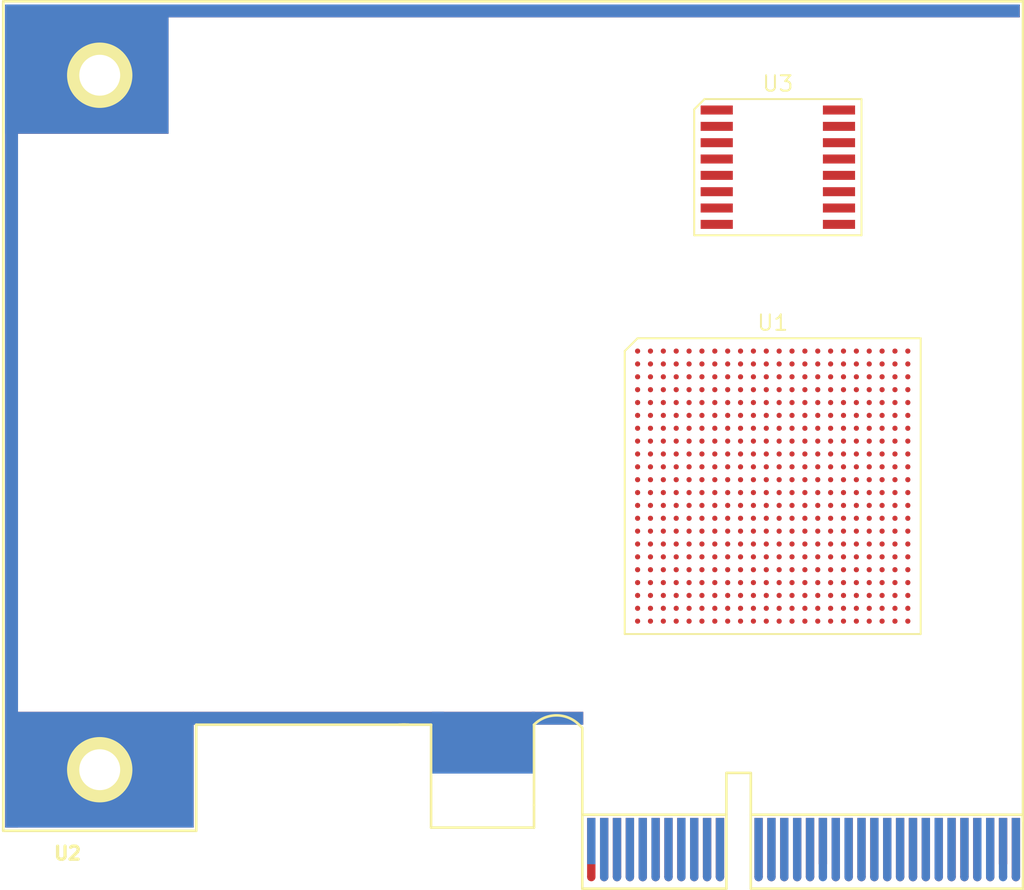
<source format=kicad_pcb>
(kicad_pcb (version 4) (host pcbnew 0.201512291232+6408~40~ubuntu14.04.1-stable)

  (general
    (links 207)
    (no_connects 202)
    (area 0 0 0 0)
    (thickness 1.6)
    (drawings 0)
    (tracks 0)
    (zones 0)
    (modules 3)
    (nets 358)
  )

  (page A4)
  (layers
    (0 F.Cu signal)
    (31 B.Cu signal)
    (32 B.Adhes user)
    (33 F.Adhes user)
    (34 B.Paste user)
    (35 F.Paste user)
    (36 B.SilkS user)
    (37 F.SilkS user)
    (38 B.Mask user)
    (39 F.Mask user)
    (40 Dwgs.User user)
    (41 Cmts.User user)
    (42 Eco1.User user)
    (43 Eco2.User user)
    (44 Edge.Cuts user)
    (45 Margin user)
    (46 B.CrtYd user)
    (47 F.CrtYd user)
    (48 B.Fab user)
    (49 F.Fab user)
  )

  (setup
    (last_trace_width 0.127)
    (trace_clearance 0.127)
    (zone_clearance 0.508)
    (zone_45_only no)
    (trace_min 0.127)
    (segment_width 0.2)
    (edge_width 0.15)
    (via_size 0.6096)
    (via_drill 0.3429)
    (via_min_size 0.6096)
    (via_min_drill 0.3429)
    (uvia_size 0.3)
    (uvia_drill 0.1)
    (uvias_allowed no)
    (uvia_min_size 0)
    (uvia_min_drill 0)
    (pcb_text_width 0.3)
    (pcb_text_size 1.5 1.5)
    (mod_edge_width 0.15)
    (mod_text_size 1 1)
    (mod_text_width 0.15)
    (pad_size 1.524 1.524)
    (pad_drill 0.762)
    (pad_to_mask_clearance 0.2)
    (aux_axis_origin 0 0)
    (visible_elements FFFFFFFF)
    (pcbplotparams
      (layerselection 0x00030_ffffffff)
      (usegerberextensions false)
      (excludeedgelayer true)
      (linewidth 0.100000)
      (plotframeref false)
      (viasonmask false)
      (mode 1)
      (useauxorigin false)
      (hpglpennumber 1)
      (hpglpenspeed 20)
      (hpglpendiameter 15)
      (hpglpenoverlay 2)
      (psnegative false)
      (psa4output false)
      (plotreference true)
      (plotvalue true)
      (plotinvisibletext false)
      (padsonsilk false)
      (subtractmaskfromsilk false)
      (outputformat 1)
      (mirror false)
      (drillshape 1)
      (scaleselection 1)
      (outputdirectory ""))
  )

  (net 0 "")
  (net 1 /GND)
  (net 2 /12V)
  (net 3 "Net-(U2-PadB5)")
  (net 4 "Net-(U2-PadB6)")
  (net 5 "Net-(U2-PadB9)")
  (net 6 "Net-(U2-PadB11)")
  (net 7 "Net-(U2-PadB14)")
  (net 8 "Net-(U2-PadB15)")
  (net 9 "Net-(U2-PadB17)")
  (net 10 "Net-(U2-PadB12)")
  (net 11 "Net-(U2-PadA1)")
  (net 12 "Net-(U2-PadA5)")
  (net 13 "Net-(U2-PadA6)")
  (net 14 "Net-(U2-PadA7)")
  (net 15 "Net-(U2-PadA8)")
  (net 16 "Net-(U2-PadA11)")
  (net 17 "Net-(U2-PadA14)")
  (net 18 "Net-(U2-PadA16)")
  (net 19 "Net-(U2-PadA17)")
  (net 20 "Net-(U2-PadA13)")
  (net 21 "Net-(U2-PadB19)")
  (net 22 "Net-(U2-PadA19)")
  (net 23 "Net-(U2-PadA21)")
  (net 24 "Net-(U2-PadA22)")
  (net 25 "Net-(U2-PadA25)")
  (net 26 "Net-(U2-PadA26)")
  (net 27 "Net-(U2-PadA29)")
  (net 28 "Net-(U2-PadA30)")
  (net 29 "Net-(U2-PadA32)")
  (net 30 "Net-(U2-PadB20)")
  (net 31 "Net-(U2-PadB23)")
  (net 32 "Net-(U2-PadB24)")
  (net 33 "Net-(U2-PadB27)")
  (net 34 "Net-(U2-PadB28)")
  (net 35 "Net-(U2-PadB30)")
  (net 36 "Net-(U2-PadB31)")
  (net 37 /3V3)
  (net 38 "Net-(U1-PadA1)")
  (net 39 "Net-(U1-PadB1)")
  (net 40 /V2_5)
  (net 41 "Net-(U1-PadD1)")
  (net 42 "Net-(U1-PadE1)")
  (net 43 "Net-(U1-PadF1)")
  (net 44 "Net-(U1-PadG1)")
  (net 45 "Net-(U1-PadJ1)")
  (net 46 "Net-(U1-PadK1)")
  (net 47 "Net-(U1-PadL1)")
  (net 48 "Net-(U1-PadM1)")
  (net 49 "Net-(U1-PadP1)")
  (net 50 "Net-(U1-PadR1)")
  (net 51 "Net-(U1-PadT1)")
  (net 52 "Net-(U1-PadU1)")
  (net 53 "Net-(U1-PadW1)")
  (net 54 "Net-(U1-PadY1)")
  (net 55 "Net-(U1-PadAA1)")
  (net 56 "Net-(U1-PadAB1)")
  (net 57 "Net-(U1-PadB2)")
  (net 58 "Net-(U1-PadC2)")
  (net 59 "Net-(U1-PadD2)")
  (net 60 "Net-(U1-PadE2)")
  (net 61 "Net-(U1-PadG2)")
  (net 62 "Net-(U1-PadH2)")
  (net 63 "Net-(U1-PadJ2)")
  (net 64 "Net-(U1-PadK2)")
  (net 65 "Net-(U1-PadM2)")
  (net 66 "Net-(U1-PadN2)")
  (net 67 "Net-(U1-PadP2)")
  (net 68 "Net-(U1-PadR2)")
  (net 69 "Net-(U1-PadAA7)")
  (net 70 "Net-(U1-PadU2)")
  (net 71 "Net-(U1-PadV2)")
  (net 72 "Net-(U1-PadW2)")
  (net 73 "Net-(U1-PadY2)")
  (net 74 "Net-(U1-PadAB2)")
  (net 75 "Net-(U1-PadE3)")
  (net 76 "Net-(U1-PadF3)")
  (net 77 "Net-(U1-PadG3)")
  (net 78 "Net-(U1-PadH3)")
  (net 79 "Net-(U1-PadK3)")
  (net 80 "Net-(U1-PadL3)")
  (net 81 "Net-(U1-PadM3)")
  (net 82 "Net-(U1-PadN3)")
  (net 83 "Net-(U1-PadR3)")
  (net 84 "Net-(U1-PadT3)")
  (net 85 "Net-(U1-PadU3)")
  (net 86 "Net-(U1-PadV3)")
  (net 87 "Net-(U1-PadY3)")
  (net 88 "Net-(U1-PadAA3)")
  (net 89 "Net-(U1-PadAB3)")
  (net 90 "Net-(U1-PadA4)")
  (net 91 "Net-(U1-PadB4)")
  (net 92 "Net-(U1-PadB11)")
  (net 93 "Net-(U1-PadF4)")
  (net 94 "Net-(U1-PadG4)")
  (net 95 "Net-(U1-PadH4)")
  (net 96 "Net-(U1-PadJ4)")
  (net 97 "Net-(U1-PadK4)")
  (net 98 "Net-(U1-PadL4)")
  (net 99 "Net-(U1-PadN4)")
  (net 100 "Net-(U1-PadP4)")
  (net 101 "Net-(U1-PadR4)")
  (net 102 "Net-(U1-PadT4)")
  (net 103 "Net-(U1-PadV4)")
  (net 104 "Net-(U1-PadW4)")
  (net 105 "Net-(U1-PadY4)")
  (net 106 "Net-(U1-PadAA4)")
  (net 107 "Net-(U1-PadC5)")
  (net 108 "Net-(U1-PadD5)")
  (net 109 "Net-(U1-PadH5)")
  (net 110 "Net-(U1-PadJ5)")
  (net 111 "Net-(U1-PadL5)")
  (net 112 "Net-(U1-PadM5)")
  (net 113 "Net-(U1-PadN5)")
  (net 114 "Net-(U1-PadP5)")
  (net 115 "Net-(U1-PadT5)")
  (net 116 "Net-(U1-PadU5)")
  (net 117 "Net-(U1-PadV5)")
  (net 118 "Net-(U1-PadW5)")
  (net 119 "Net-(U1-PadAA5)")
  (net 120 "Net-(U1-PadAB5)")
  (net 121 "Net-(U1-PadA6)")
  (net 122 "Net-(U1-PadB6)")
  (net 123 "Net-(U1-PadD10)")
  (net 124 "Net-(U1-PadE6)")
  (net 125 "Net-(U1-PadF6)")
  (net 126 "Net-(U1-PadJ6)")
  (net 127 "Net-(U1-PadK6)")
  (net 128 "Net-(U1-PadL6)")
  (net 129 "Net-(U1-PadM6)")
  (net 130 "Net-(U1-PadP6)")
  (net 131 "Net-(U1-PadR6)")
  (net 132 "Net-(U1-PadT6)")
  (net 133 "Net-(U1-PadU6)")
  (net 134 "Net-(U1-PadW6)")
  (net 135 "Net-(U1-PadY6)")
  (net 136 "Net-(U1-PadAA6)")
  (net 137 "Net-(U1-PadAB6)")
  (net 138 "Net-(U1-PadC7)")
  (net 139 "Net-(U1-PadD7)")
  (net 140 "Net-(U1-PadH10)")
  (net 141 "Net-(U1-PadU7)")
  (net 142 "Net-(U1-PadV7)")
  (net 143 "Net-(U1-PadW7)")
  (net 144 "Net-(U1-PadY7)")
  (net 145 "Net-(U1-PadAB7)")
  (net 146 "Net-(U1-PadA8)")
  (net 147 "Net-(U1-PadB8)")
  (net 148 "Net-(U1-PadF8)")
  (net 149 "Net-(U1-PadU8)")
  (net 150 "Net-(U1-PadV8)")
  (net 151 "Net-(U1-PadY8)")
  (net 152 "Net-(U1-PadAA8)")
  (net 153 "Net-(U1-PadAB8)")
  (net 154 "Net-(U1-PadC9)")
  (net 155 "Net-(U1-PadD9)")
  (net 156 "Net-(U1-PadK9)")
  (net 157 "Net-(U1-PadL9)")
  (net 158 "Net-(U1-PadM9)")
  (net 159 "Net-(U1-PadN9)")
  (net 160 "Net-(U1-PadU9)")
  (net 161 "Net-(U1-PadV9)")
  (net 162 "Net-(U1-PadW9)")
  (net 163 "Net-(U1-PadY9)")
  (net 164 "Net-(U1-PadAA10)")
  (net 165 "Net-(U1-PadA10)")
  (net 166 "Net-(U1-PadB10)")
  (net 167 "Net-(U1-PadE10)")
  (net 168 "Net-(U1-PadF10)")
  (net 169 "Net-(U1-PadK10)")
  (net 170 "Net-(U1-PadL10)")
  (net 171 "Net-(U1-PadM10)")
  (net 172 "Net-(U1-PadN10)")
  (net 173 "Net-(U1-PadU10)")
  (net 174 "Net-(U1-PadC11)")
  (net 175 "Net-(U1-PadD11)")
  (net 176 "Net-(U1-PadG11)")
  (net 177 "Net-(U1-PadJ11)")
  (net 178 "Net-(U1-PadH12)")
  (net 179 "Net-(U1-PadU11)")
  (net 180 "Net-(U1-PadE12)")
  (net 181 "Net-(U1-PadF12)")
  (net 182 "Net-(U1-PadL12)")
  (net 183 "Net-(U1-PadN12)")
  (net 184 "Net-(U1-PadU12)")
  (net 185 "Net-(U1-PadV12)")
  (net 186 "Net-(U1-PadA13)")
  (net 187 "Net-(U1-PadB13)")
  (net 188 "Net-(U1-PadC13)")
  (net 189 "Net-(U1-PadE13)")
  (net 190 "Net-(U1-PadF13)")
  (net 191 "Net-(U1-PadG13)")
  (net 192 "Net-(U1-PadH13)")
  (net 193 "Net-(U1-PadG19)")
  (net 194 "Net-(U1-PadK13)")
  (net 195 "Net-(U1-PadL13)")
  (net 196 "Net-(U1-PadM13)")
  (net 197 "Net-(U1-PadN13)")
  (net 198 "Net-(U1-PadR13)")
  (net 199 "Net-(U1-PadT13)")
  (net 200 "Net-(U1-PadU13)")
  (net 201 "Net-(U1-PadA14)")
  (net 202 "Net-(U1-PadA17)")
  (net 203 "Net-(U1-PadC14)")
  (net 204 "Net-(U1-PadD14)")
  (net 205 "Net-(U1-PadE14)")
  (net 206 "Net-(U1-PadF14)")
  (net 207 "Net-(U1-PadH14)")
  (net 208 "Net-(U1-PadJ14)")
  (net 209 "Net-(U1-PadK14)")
  (net 210 "Net-(U1-PadL14)")
  (net 211 "Net-(U1-PadM14)")
  (net 212 "Net-(U1-PadN14)")
  (net 213 "Net-(U1-PadP14)")
  (net 214 "Net-(U1-PadR14)")
  (net 215 "Net-(U1-PadA15)")
  (net 216 "Net-(U1-PadB15)")
  (net 217 "Net-(U1-PadC15)")
  (net 218 "Net-(U1-PadD15)")
  (net 219 "Net-(U1-PadF15)")
  (net 220 "Net-(U1-PadG15)")
  (net 221 "Net-(U1-PadH15)")
  (net 222 "Net-(U1-PadJ15)")
  (net 223 "Net-(U1-PadL15)")
  (net 224 "Net-(U1-PadM15)")
  (net 225 "Net-(U1-PadN15)")
  (net 226 "Net-(U1-PadP15)")
  (net 227 "Net-(U1-PadA16)")
  (net 228 "Net-(U1-PadB16)")
  (net 229 "Net-(U1-PadD16)")
  (net 230 "Net-(U1-PadE16)")
  (net 231 "Net-(U1-PadF16)")
  (net 232 "Net-(U1-PadG16)")
  (net 233 "Net-(U1-PadJ16)")
  (net 234 "Net-(U1-PadK16)")
  (net 235 "Net-(U1-PadL16)")
  (net 236 "Net-(U1-PadM16)")
  (net 237 "Net-(U1-PadP16)")
  (net 238 "Net-(U1-PadR16)")
  (net 239 "Net-(U1-PadB17)")
  (net 240 "Net-(U1-PadC17)")
  (net 241 "Net-(U1-PadD17)")
  (net 242 "Net-(U1-PadE17)")
  (net 243 "Net-(U1-PadG17)")
  (net 244 "Net-(U1-PadH17)")
  (net 245 "Net-(U1-PadJ17)")
  (net 246 "Net-(U1-PadK17)")
  (net 247 "Net-(U1-PadM17)")
  (net 248 "Net-(U1-PadN17)")
  (net 249 "Net-(U1-PadP17)")
  (net 250 "Net-(U1-PadR17)")
  (net 251 "Net-(U1-PadU17)")
  (net 252 "Net-(U1-PadV17)")
  (net 253 "Net-(U1-PadW17)")
  (net 254 "Net-(U1-PadA18)")
  (net 255 "Net-(U1-PadB18)")
  (net 256 "Net-(U1-PadC18)")
  (net 257 "Net-(U1-PadE18)")
  (net 258 "Net-(U1-PadF18)")
  (net 259 "Net-(U1-PadG18)")
  (net 260 "Net-(U1-PadH18)")
  (net 261 "Net-(U1-PadK18)")
  (net 262 "Net-(U1-PadL18)")
  (net 263 "Net-(U1-PadM18)")
  (net 264 "Net-(U1-PadN18)")
  (net 265 "Net-(U1-PadR18)")
  (net 266 "Net-(U1-PadT18)")
  (net 267 "Net-(U1-PadU18)")
  (net 268 "Net-(U1-PadV18)")
  (net 269 "Net-(U1-PadY18)")
  (net 270 "Net-(U1-PadAA18)")
  (net 271 "Net-(U1-PadAB18)")
  (net 272 "Net-(U1-PadA19)")
  (net 273 "Net-(U1-PadC19)")
  (net 274 "Net-(U1-PadD19)")
  (net 275 "Net-(U1-PadE19)")
  (net 276 "Net-(U1-PadF19)")
  (net 277 "Net-(U1-PadH19)")
  (net 278 "Net-(U1-PadJ19)")
  (net 279 "Net-(U1-PadK19)")
  (net 280 "Net-(U1-PadL19)")
  (net 281 "Net-(U1-PadN19)")
  (net 282 "Net-(U1-PadP19)")
  (net 283 "Net-(U1-PadR19)")
  (net 284 "Net-(U1-PadT19)")
  (net 285 "Net-(U1-PadV19)")
  (net 286 "Net-(U1-PadW19)")
  (net 287 "Net-(U1-PadY19)")
  (net 288 "Net-(U1-PadAA19)")
  (net 289 "Net-(U1-PadA20)")
  (net 290 "Net-(U1-PadB20)")
  (net 291 "Net-(U1-PadC20)")
  (net 292 "Net-(U1-PadD20)")
  (net 293 "Net-(U1-PadF20)")
  (net 294 "Net-(U1-PadG20)")
  (net 295 "Net-(U1-PadH20)")
  (net 296 "Net-(U1-PadJ20)")
  (net 297 "Net-(U1-PadL20)")
  (net 298 "Net-(U1-PadM20)")
  (net 299 "Net-(U1-PadN20)")
  (net 300 "Net-(U1-PadP20)")
  (net 301 "Net-(U1-PadT20)")
  (net 302 "Net-(U1-PadU20)")
  (net 303 "Net-(U1-PadV20)")
  (net 304 "Net-(U1-PadW20)")
  (net 305 "Net-(U1-PadAA20)")
  (net 306 "Net-(U1-PadAB20)")
  (net 307 "Net-(U1-PadA21)")
  (net 308 "Net-(U1-PadB21)")
  (net 309 "Net-(U1-PadD21)")
  (net 310 "Net-(U1-PadE21)")
  (net 311 "Net-(U1-PadF21)")
  (net 312 "Net-(U1-PadG21)")
  (net 313 "Net-(U1-PadJ21)")
  (net 314 "Net-(U1-PadK21)")
  (net 315 "Net-(U1-PadL21)")
  (net 316 "Net-(U1-PadM21)")
  (net 317 "Net-(U1-PadP21)")
  (net 318 "Net-(U1-PadR21)")
  (net 319 "Net-(U1-PadT21)")
  (net 320 "Net-(U1-PadU21)")
  (net 321 "Net-(U1-PadW21)")
  (net 322 "Net-(U1-PadY21)")
  (net 323 "Net-(U1-PadAA21)")
  (net 324 "Net-(U1-PadAB21)")
  (net 325 "Net-(U1-PadB22)")
  (net 326 "Net-(U1-PadC22)")
  (net 327 "Net-(U1-PadD22)")
  (net 328 "Net-(U1-PadE22)")
  (net 329 "Net-(U1-PadG22)")
  (net 330 "Net-(U1-PadH22)")
  (net 331 "Net-(U1-PadJ22)")
  (net 332 "Net-(U1-PadK22)")
  (net 333 "Net-(U1-PadM22)")
  (net 334 "Net-(U1-PadN22)")
  (net 335 "Net-(U1-PadP22)")
  (net 336 "Net-(U1-PadR22)")
  (net 337 "Net-(U1-PadU22)")
  (net 338 "Net-(U1-PadV22)")
  (net 339 "Net-(U1-PadW22)")
  (net 340 "Net-(U1-PadY22)")
  (net 341 "Net-(U1-PadAB22)")
  (net 342 "Net-(U3-Pad16)")
  (net 343 "Net-(U3-Pad1)")
  (net 344 "Net-(U3-Pad15)")
  (net 345 "Net-(U3-Pad2)")
  (net 346 "Net-(U3-Pad14)")
  (net 347 "Net-(U3-Pad3)")
  (net 348 "Net-(U3-Pad13)")
  (net 349 "Net-(U3-Pad4)")
  (net 350 "Net-(U3-Pad12)")
  (net 351 "Net-(U3-Pad5)")
  (net 352 "Net-(U3-Pad11)")
  (net 353 "Net-(U3-Pad6)")
  (net 354 "Net-(U3-Pad10)")
  (net 355 "Net-(U3-Pad7)")
  (net 356 "Net-(U3-Pad9)")
  (net 357 "Net-(U3-Pad8)")

  (net_class Default "This is the default net class."
    (clearance 0.127)
    (trace_width 0.127)
    (via_dia 0.6096)
    (via_drill 0.3429)
    (uvia_dia 0.3)
    (uvia_drill 0.1)
    (add_net /12V)
    (add_net /3V3)
    (add_net /GND)
    (add_net /V2_5)
    (add_net "Net-(U1-PadA1)")
    (add_net "Net-(U1-PadA10)")
    (add_net "Net-(U1-PadA13)")
    (add_net "Net-(U1-PadA14)")
    (add_net "Net-(U1-PadA15)")
    (add_net "Net-(U1-PadA16)")
    (add_net "Net-(U1-PadA17)")
    (add_net "Net-(U1-PadA18)")
    (add_net "Net-(U1-PadA19)")
    (add_net "Net-(U1-PadA20)")
    (add_net "Net-(U1-PadA21)")
    (add_net "Net-(U1-PadA4)")
    (add_net "Net-(U1-PadA6)")
    (add_net "Net-(U1-PadA8)")
    (add_net "Net-(U1-PadAA1)")
    (add_net "Net-(U1-PadAA10)")
    (add_net "Net-(U1-PadAA18)")
    (add_net "Net-(U1-PadAA19)")
    (add_net "Net-(U1-PadAA20)")
    (add_net "Net-(U1-PadAA21)")
    (add_net "Net-(U1-PadAA3)")
    (add_net "Net-(U1-PadAA4)")
    (add_net "Net-(U1-PadAA5)")
    (add_net "Net-(U1-PadAA6)")
    (add_net "Net-(U1-PadAA7)")
    (add_net "Net-(U1-PadAA8)")
    (add_net "Net-(U1-PadAB1)")
    (add_net "Net-(U1-PadAB18)")
    (add_net "Net-(U1-PadAB2)")
    (add_net "Net-(U1-PadAB20)")
    (add_net "Net-(U1-PadAB21)")
    (add_net "Net-(U1-PadAB22)")
    (add_net "Net-(U1-PadAB3)")
    (add_net "Net-(U1-PadAB5)")
    (add_net "Net-(U1-PadAB6)")
    (add_net "Net-(U1-PadAB7)")
    (add_net "Net-(U1-PadAB8)")
    (add_net "Net-(U1-PadB1)")
    (add_net "Net-(U1-PadB10)")
    (add_net "Net-(U1-PadB11)")
    (add_net "Net-(U1-PadB13)")
    (add_net "Net-(U1-PadB15)")
    (add_net "Net-(U1-PadB16)")
    (add_net "Net-(U1-PadB17)")
    (add_net "Net-(U1-PadB18)")
    (add_net "Net-(U1-PadB2)")
    (add_net "Net-(U1-PadB20)")
    (add_net "Net-(U1-PadB21)")
    (add_net "Net-(U1-PadB22)")
    (add_net "Net-(U1-PadB4)")
    (add_net "Net-(U1-PadB6)")
    (add_net "Net-(U1-PadB8)")
    (add_net "Net-(U1-PadC11)")
    (add_net "Net-(U1-PadC13)")
    (add_net "Net-(U1-PadC14)")
    (add_net "Net-(U1-PadC15)")
    (add_net "Net-(U1-PadC17)")
    (add_net "Net-(U1-PadC18)")
    (add_net "Net-(U1-PadC19)")
    (add_net "Net-(U1-PadC2)")
    (add_net "Net-(U1-PadC20)")
    (add_net "Net-(U1-PadC22)")
    (add_net "Net-(U1-PadC5)")
    (add_net "Net-(U1-PadC7)")
    (add_net "Net-(U1-PadC9)")
    (add_net "Net-(U1-PadD1)")
    (add_net "Net-(U1-PadD10)")
    (add_net "Net-(U1-PadD11)")
    (add_net "Net-(U1-PadD14)")
    (add_net "Net-(U1-PadD15)")
    (add_net "Net-(U1-PadD16)")
    (add_net "Net-(U1-PadD17)")
    (add_net "Net-(U1-PadD19)")
    (add_net "Net-(U1-PadD2)")
    (add_net "Net-(U1-PadD20)")
    (add_net "Net-(U1-PadD21)")
    (add_net "Net-(U1-PadD22)")
    (add_net "Net-(U1-PadD5)")
    (add_net "Net-(U1-PadD7)")
    (add_net "Net-(U1-PadD9)")
    (add_net "Net-(U1-PadE1)")
    (add_net "Net-(U1-PadE10)")
    (add_net "Net-(U1-PadE12)")
    (add_net "Net-(U1-PadE13)")
    (add_net "Net-(U1-PadE14)")
    (add_net "Net-(U1-PadE16)")
    (add_net "Net-(U1-PadE17)")
    (add_net "Net-(U1-PadE18)")
    (add_net "Net-(U1-PadE19)")
    (add_net "Net-(U1-PadE2)")
    (add_net "Net-(U1-PadE21)")
    (add_net "Net-(U1-PadE22)")
    (add_net "Net-(U1-PadE3)")
    (add_net "Net-(U1-PadE6)")
    (add_net "Net-(U1-PadF1)")
    (add_net "Net-(U1-PadF10)")
    (add_net "Net-(U1-PadF12)")
    (add_net "Net-(U1-PadF13)")
    (add_net "Net-(U1-PadF14)")
    (add_net "Net-(U1-PadF15)")
    (add_net "Net-(U1-PadF16)")
    (add_net "Net-(U1-PadF18)")
    (add_net "Net-(U1-PadF19)")
    (add_net "Net-(U1-PadF20)")
    (add_net "Net-(U1-PadF21)")
    (add_net "Net-(U1-PadF3)")
    (add_net "Net-(U1-PadF4)")
    (add_net "Net-(U1-PadF6)")
    (add_net "Net-(U1-PadF8)")
    (add_net "Net-(U1-PadG1)")
    (add_net "Net-(U1-PadG11)")
    (add_net "Net-(U1-PadG13)")
    (add_net "Net-(U1-PadG15)")
    (add_net "Net-(U1-PadG16)")
    (add_net "Net-(U1-PadG17)")
    (add_net "Net-(U1-PadG18)")
    (add_net "Net-(U1-PadG19)")
    (add_net "Net-(U1-PadG2)")
    (add_net "Net-(U1-PadG20)")
    (add_net "Net-(U1-PadG21)")
    (add_net "Net-(U1-PadG22)")
    (add_net "Net-(U1-PadG3)")
    (add_net "Net-(U1-PadG4)")
    (add_net "Net-(U1-PadH10)")
    (add_net "Net-(U1-PadH12)")
    (add_net "Net-(U1-PadH13)")
    (add_net "Net-(U1-PadH14)")
    (add_net "Net-(U1-PadH15)")
    (add_net "Net-(U1-PadH17)")
    (add_net "Net-(U1-PadH18)")
    (add_net "Net-(U1-PadH19)")
    (add_net "Net-(U1-PadH2)")
    (add_net "Net-(U1-PadH20)")
    (add_net "Net-(U1-PadH22)")
    (add_net "Net-(U1-PadH3)")
    (add_net "Net-(U1-PadH4)")
    (add_net "Net-(U1-PadH5)")
    (add_net "Net-(U1-PadJ1)")
    (add_net "Net-(U1-PadJ11)")
    (add_net "Net-(U1-PadJ14)")
    (add_net "Net-(U1-PadJ15)")
    (add_net "Net-(U1-PadJ16)")
    (add_net "Net-(U1-PadJ17)")
    (add_net "Net-(U1-PadJ19)")
    (add_net "Net-(U1-PadJ2)")
    (add_net "Net-(U1-PadJ20)")
    (add_net "Net-(U1-PadJ21)")
    (add_net "Net-(U1-PadJ22)")
    (add_net "Net-(U1-PadJ4)")
    (add_net "Net-(U1-PadJ5)")
    (add_net "Net-(U1-PadJ6)")
    (add_net "Net-(U1-PadK1)")
    (add_net "Net-(U1-PadK10)")
    (add_net "Net-(U1-PadK13)")
    (add_net "Net-(U1-PadK14)")
    (add_net "Net-(U1-PadK16)")
    (add_net "Net-(U1-PadK17)")
    (add_net "Net-(U1-PadK18)")
    (add_net "Net-(U1-PadK19)")
    (add_net "Net-(U1-PadK2)")
    (add_net "Net-(U1-PadK21)")
    (add_net "Net-(U1-PadK22)")
    (add_net "Net-(U1-PadK3)")
    (add_net "Net-(U1-PadK4)")
    (add_net "Net-(U1-PadK6)")
    (add_net "Net-(U1-PadK9)")
    (add_net "Net-(U1-PadL1)")
    (add_net "Net-(U1-PadL10)")
    (add_net "Net-(U1-PadL12)")
    (add_net "Net-(U1-PadL13)")
    (add_net "Net-(U1-PadL14)")
    (add_net "Net-(U1-PadL15)")
    (add_net "Net-(U1-PadL16)")
    (add_net "Net-(U1-PadL18)")
    (add_net "Net-(U1-PadL19)")
    (add_net "Net-(U1-PadL20)")
    (add_net "Net-(U1-PadL21)")
    (add_net "Net-(U1-PadL3)")
    (add_net "Net-(U1-PadL4)")
    (add_net "Net-(U1-PadL5)")
    (add_net "Net-(U1-PadL6)")
    (add_net "Net-(U1-PadL9)")
    (add_net "Net-(U1-PadM1)")
    (add_net "Net-(U1-PadM10)")
    (add_net "Net-(U1-PadM13)")
    (add_net "Net-(U1-PadM14)")
    (add_net "Net-(U1-PadM15)")
    (add_net "Net-(U1-PadM16)")
    (add_net "Net-(U1-PadM17)")
    (add_net "Net-(U1-PadM18)")
    (add_net "Net-(U1-PadM2)")
    (add_net "Net-(U1-PadM20)")
    (add_net "Net-(U1-PadM21)")
    (add_net "Net-(U1-PadM22)")
    (add_net "Net-(U1-PadM3)")
    (add_net "Net-(U1-PadM5)")
    (add_net "Net-(U1-PadM6)")
    (add_net "Net-(U1-PadM9)")
    (add_net "Net-(U1-PadN10)")
    (add_net "Net-(U1-PadN12)")
    (add_net "Net-(U1-PadN13)")
    (add_net "Net-(U1-PadN14)")
    (add_net "Net-(U1-PadN15)")
    (add_net "Net-(U1-PadN17)")
    (add_net "Net-(U1-PadN18)")
    (add_net "Net-(U1-PadN19)")
    (add_net "Net-(U1-PadN2)")
    (add_net "Net-(U1-PadN20)")
    (add_net "Net-(U1-PadN22)")
    (add_net "Net-(U1-PadN3)")
    (add_net "Net-(U1-PadN4)")
    (add_net "Net-(U1-PadN5)")
    (add_net "Net-(U1-PadN9)")
    (add_net "Net-(U1-PadP1)")
    (add_net "Net-(U1-PadP14)")
    (add_net "Net-(U1-PadP15)")
    (add_net "Net-(U1-PadP16)")
    (add_net "Net-(U1-PadP17)")
    (add_net "Net-(U1-PadP19)")
    (add_net "Net-(U1-PadP2)")
    (add_net "Net-(U1-PadP20)")
    (add_net "Net-(U1-PadP21)")
    (add_net "Net-(U1-PadP22)")
    (add_net "Net-(U1-PadP4)")
    (add_net "Net-(U1-PadP5)")
    (add_net "Net-(U1-PadP6)")
    (add_net "Net-(U1-PadR1)")
    (add_net "Net-(U1-PadR13)")
    (add_net "Net-(U1-PadR14)")
    (add_net "Net-(U1-PadR16)")
    (add_net "Net-(U1-PadR17)")
    (add_net "Net-(U1-PadR18)")
    (add_net "Net-(U1-PadR19)")
    (add_net "Net-(U1-PadR2)")
    (add_net "Net-(U1-PadR21)")
    (add_net "Net-(U1-PadR22)")
    (add_net "Net-(U1-PadR3)")
    (add_net "Net-(U1-PadR4)")
    (add_net "Net-(U1-PadR6)")
    (add_net "Net-(U1-PadT1)")
    (add_net "Net-(U1-PadT13)")
    (add_net "Net-(U1-PadT18)")
    (add_net "Net-(U1-PadT19)")
    (add_net "Net-(U1-PadT20)")
    (add_net "Net-(U1-PadT21)")
    (add_net "Net-(U1-PadT3)")
    (add_net "Net-(U1-PadT4)")
    (add_net "Net-(U1-PadT5)")
    (add_net "Net-(U1-PadT6)")
    (add_net "Net-(U1-PadU1)")
    (add_net "Net-(U1-PadU10)")
    (add_net "Net-(U1-PadU11)")
    (add_net "Net-(U1-PadU12)")
    (add_net "Net-(U1-PadU13)")
    (add_net "Net-(U1-PadU17)")
    (add_net "Net-(U1-PadU18)")
    (add_net "Net-(U1-PadU2)")
    (add_net "Net-(U1-PadU20)")
    (add_net "Net-(U1-PadU21)")
    (add_net "Net-(U1-PadU22)")
    (add_net "Net-(U1-PadU3)")
    (add_net "Net-(U1-PadU5)")
    (add_net "Net-(U1-PadU6)")
    (add_net "Net-(U1-PadU7)")
    (add_net "Net-(U1-PadU8)")
    (add_net "Net-(U1-PadU9)")
    (add_net "Net-(U1-PadV12)")
    (add_net "Net-(U1-PadV17)")
    (add_net "Net-(U1-PadV18)")
    (add_net "Net-(U1-PadV19)")
    (add_net "Net-(U1-PadV2)")
    (add_net "Net-(U1-PadV20)")
    (add_net "Net-(U1-PadV22)")
    (add_net "Net-(U1-PadV3)")
    (add_net "Net-(U1-PadV4)")
    (add_net "Net-(U1-PadV5)")
    (add_net "Net-(U1-PadV7)")
    (add_net "Net-(U1-PadV8)")
    (add_net "Net-(U1-PadV9)")
    (add_net "Net-(U1-PadW1)")
    (add_net "Net-(U1-PadW17)")
    (add_net "Net-(U1-PadW19)")
    (add_net "Net-(U1-PadW2)")
    (add_net "Net-(U1-PadW20)")
    (add_net "Net-(U1-PadW21)")
    (add_net "Net-(U1-PadW22)")
    (add_net "Net-(U1-PadW4)")
    (add_net "Net-(U1-PadW5)")
    (add_net "Net-(U1-PadW6)")
    (add_net "Net-(U1-PadW7)")
    (add_net "Net-(U1-PadW9)")
    (add_net "Net-(U1-PadY1)")
    (add_net "Net-(U1-PadY18)")
    (add_net "Net-(U1-PadY19)")
    (add_net "Net-(U1-PadY2)")
    (add_net "Net-(U1-PadY21)")
    (add_net "Net-(U1-PadY22)")
    (add_net "Net-(U1-PadY3)")
    (add_net "Net-(U1-PadY4)")
    (add_net "Net-(U1-PadY6)")
    (add_net "Net-(U1-PadY7)")
    (add_net "Net-(U1-PadY8)")
    (add_net "Net-(U1-PadY9)")
    (add_net "Net-(U2-PadA1)")
    (add_net "Net-(U2-PadA11)")
    (add_net "Net-(U2-PadA13)")
    (add_net "Net-(U2-PadA14)")
    (add_net "Net-(U2-PadA16)")
    (add_net "Net-(U2-PadA17)")
    (add_net "Net-(U2-PadA19)")
    (add_net "Net-(U2-PadA21)")
    (add_net "Net-(U2-PadA22)")
    (add_net "Net-(U2-PadA25)")
    (add_net "Net-(U2-PadA26)")
    (add_net "Net-(U2-PadA29)")
    (add_net "Net-(U2-PadA30)")
    (add_net "Net-(U2-PadA32)")
    (add_net "Net-(U2-PadA5)")
    (add_net "Net-(U2-PadA6)")
    (add_net "Net-(U2-PadA7)")
    (add_net "Net-(U2-PadA8)")
    (add_net "Net-(U2-PadB11)")
    (add_net "Net-(U2-PadB12)")
    (add_net "Net-(U2-PadB14)")
    (add_net "Net-(U2-PadB15)")
    (add_net "Net-(U2-PadB17)")
    (add_net "Net-(U2-PadB19)")
    (add_net "Net-(U2-PadB20)")
    (add_net "Net-(U2-PadB23)")
    (add_net "Net-(U2-PadB24)")
    (add_net "Net-(U2-PadB27)")
    (add_net "Net-(U2-PadB28)")
    (add_net "Net-(U2-PadB30)")
    (add_net "Net-(U2-PadB31)")
    (add_net "Net-(U2-PadB5)")
    (add_net "Net-(U2-PadB6)")
    (add_net "Net-(U2-PadB9)")
    (add_net "Net-(U3-Pad1)")
    (add_net "Net-(U3-Pad10)")
    (add_net "Net-(U3-Pad11)")
    (add_net "Net-(U3-Pad12)")
    (add_net "Net-(U3-Pad13)")
    (add_net "Net-(U3-Pad14)")
    (add_net "Net-(U3-Pad15)")
    (add_net "Net-(U3-Pad16)")
    (add_net "Net-(U3-Pad2)")
    (add_net "Net-(U3-Pad3)")
    (add_net "Net-(U3-Pad4)")
    (add_net "Net-(U3-Pad5)")
    (add_net "Net-(U3-Pad6)")
    (add_net "Net-(U3-Pad7)")
    (add_net "Net-(U3-Pad8)")
    (add_net "Net-(U3-Pad9)")
  )

  (module TOFE_4X_HalfHeight (layer F.Cu) (tedit 5682DF6A) (tstamp 5682CF82)
    (at 52 125)
    (path /5681F155)
    (fp_text reference U2 (at 5 1.75) (layer F.SilkS)
      (effects (font (size 1.016 1.016) (thickness 0.254)))
    )
    (fp_text value TOFE-4X (at 27.3685 -11.3665) (layer F.SilkS) hide
      (effects (font (size 1.016 1.016) (thickness 0.254)))
    )
    (fp_line (start 79.25 4.5) (end 79.25 -1.25) (layer F.SilkS) (width 0.2))
    (fp_line (start 79.25 -64.5) (end 0 -64.5) (layer F.SilkS) (width 0.2))
    (fp_line (start 0 -64.5) (end 0 -64) (layer F.SilkS) (width 0.2))
    (fp_line (start 0 0) (end 0 -64.4) (layer F.SilkS) (width 0.2))
    (fp_line (start 45 4.5) (end 45 -2.5) (layer F.SilkS) (width 0.2))
    (fp_line (start 45 -2.5) (end 45 -8) (layer F.SilkS) (width 0.2))
    (fp_line (start 45 -8) (end 44.75 -8.25) (layer F.SilkS) (width 0.2))
    (fp_arc (start 43 -6.5) (end 41.25 -8.25) (angle 90) (layer F.SilkS) (width 0.2))
    (fp_line (start 79.25 -0.75) (end 79.25 -64.5) (layer F.SilkS) (width 0.2))
    (fp_line (start 33.25 -0.25) (end 41.25 -0.25) (layer F.SilkS) (width 0.2))
    (fp_line (start 41.25 -2) (end 41.25 -0.25) (layer F.SilkS) (width 0.2))
    (fp_line (start 41.25 -2) (end 41.25 -8.25) (layer F.SilkS) (width 0.2))
    (fp_line (start 33.25 -0.25) (end 33.25 -8.25) (layer F.SilkS) (width 0.2))
    (fp_line (start 33.25 -8.25) (end 30.75 -8.25) (layer F.SilkS) (width 0.2))
    (fp_line (start 31.5 -8.25) (end 31 -8.25) (layer F.SilkS) (width 0.2))
    (fp_line (start 0 -0.25) (end 0 0) (layer F.SilkS) (width 0.2))
    (fp_line (start 0 0) (end 15 0) (layer F.SilkS) (width 0.2))
    (fp_line (start 15 0) (end 15 -0.25) (layer F.SilkS) (width 0.2))
    (fp_line (start 15 -0.25) (end 15 -8.25) (layer F.SilkS) (width 0.2))
    (fp_line (start 15 -8.25) (end 31.25 -8.25) (layer F.SilkS) (width 0.2))
    (fp_line (start 79.25 -1.25) (end 58.1 -1.25) (layer F.SilkS) (width 0.2))
    (fp_line (start 58.1 4.5) (end 79.25 4.5) (layer F.SilkS) (width 0.2))
    (fp_line (start 58.1 -4.5) (end 58.1 4.5) (layer F.SilkS) (width 0.2))
    (fp_line (start 56.25 -4.5) (end 58 -4.5) (layer F.SilkS) (width 0.2))
    (fp_line (start 56.2 -4.5) (end 56.2 4.5) (layer F.SilkS) (width 0.2))
    (fp_line (start 56.2 -1.25) (end 45 -1.25) (layer F.SilkS) (width 0.2))
    (fp_line (start 45 4.5) (end 56.2 4.5) (layer F.SilkS) (width 0.2))
    (pad "" connect circle (at 64.6996 3.60124) (size 0.65024 0.65024) (layers F.Cu F.Mask))
    (pad B1 connect rect (at 45.7004 1.3) (size 0.65024 4.59994) (layers F.Cu B.Mask)
      (net 2 /12V))
    (pad B2 connect rect (at 46.70116 1.3) (size 0.65024 4.59994) (layers F.Cu B.Mask)
      (net 2 /12V))
    (pad B3 connect rect (at 47.69938 1.3) (size 0.65024 4.59994) (layers F.Cu B.Mask)
      (net 2 /12V))
    (pad B4 connect rect (at 48.70014 1.3) (size 0.65024 4.59994) (layers F.Cu B.Mask)
      (net 1 /GND))
    (pad B5 connect rect (at 49.7009 1.3) (size 0.65024 4.59994) (layers F.Cu B.Mask)
      (net 3 "Net-(U2-PadB5)"))
    (pad B6 connect rect (at 50.69912 1.3) (size 0.65024 4.59994) (layers F.Cu B.Mask)
      (net 4 "Net-(U2-PadB6)"))
    (pad B7 connect rect (at 51.69988 1.3) (size 0.65024 4.59994) (layers F.Cu B.Mask)
      (net 1 /GND))
    (pad B8 connect rect (at 52.70064 1.3) (size 0.65024 4.59994) (layers F.Cu B.Mask)
      (net 37 /3V3))
    (pad B9 connect rect (at 53.69886 1.3) (size 0.65024 4.59994) (layers F.Cu B.Mask)
      (net 5 "Net-(U2-PadB9)"))
    (pad B10 connect rect (at 54.69962 1.3) (size 0.65024 4.59994) (layers F.Cu B.Mask)
      (net 37 /3V3))
    (pad B11 connect rect (at 55.70038 1.3) (size 0.65024 4.59994) (layers F.Cu B.Mask)
      (net 6 "Net-(U2-PadB11)"))
    (pad B14 connect rect (at 60.6991 1.3) (size 0.65024 4.59994) (layers F.Cu B.Mask)
      (net 7 "Net-(U2-PadB14)"))
    (pad B15 connect rect (at 61.69986 1.3) (size 0.65024 4.59994) (layers F.Cu B.Mask)
      (net 8 "Net-(U2-PadB15)"))
    (pad B16 connect rect (at 62.70062 1.3) (size 0.65024 4.59994) (layers F.Cu B.Mask)
      (net 1 /GND))
    (pad B17 connect rect (at 63.69884 0.79962) (size 0.65024 3.59918) (layers F.Cu B.Mask)
      (net 9 "Net-(U2-PadB17)"))
    (pad B18 connect rect (at 64.6996 1.3) (size 0.65024 4.59994) (layers F.Cu B.Mask)
      (net 1 /GND))
    (pad B12 connect rect (at 58.70012 1.3) (size 0.65024 4.59994) (layers F.Cu B.Mask)
      (net 10 "Net-(U2-PadB12)"))
    (pad B13 connect rect (at 59.70088 1.3) (size 0.65024 4.59994) (layers F.Cu B.Mask)
      (net 1 /GND))
    (pad A1 connect rect (at 45.7004 0.79962) (size 0.65024 3.59918) (layers B.Cu B.Mask)
      (net 11 "Net-(U2-PadA1)"))
    (pad A2 connect rect (at 46.70116 1.3) (size 0.65024 4.59994) (layers B.Cu B.Mask)
      (net 2 /12V))
    (pad A3 connect rect (at 47.69938 1.3) (size 0.65024 4.59994) (layers B.Cu B.Mask)
      (net 2 /12V))
    (pad A4 connect rect (at 48.70014 1.3) (size 0.65024 4.59994) (layers B.Cu B.Mask)
      (net 1 /GND))
    (pad A5 connect rect (at 49.7009 1.3) (size 0.65024 4.59994) (layers B.Cu B.Mask)
      (net 12 "Net-(U2-PadA5)"))
    (pad A6 connect rect (at 50.69912 1.3) (size 0.65024 4.59994) (layers B.Cu B.Mask)
      (net 13 "Net-(U2-PadA6)"))
    (pad A7 connect rect (at 51.69988 1.3) (size 0.65024 4.59994) (layers B.Cu B.Mask)
      (net 14 "Net-(U2-PadA7)"))
    (pad A8 connect rect (at 52.70064 1.3) (size 0.65024 4.59994) (layers B.Cu B.Mask)
      (net 15 "Net-(U2-PadA8)"))
    (pad A9 connect rect (at 53.69886 1.3) (size 0.65024 4.59994) (layers B.Cu B.Mask)
      (net 37 /3V3))
    (pad A10 connect rect (at 54.69962 1.3) (size 0.65024 4.59994) (layers B.Cu B.Mask)
      (net 37 /3V3))
    (pad A11 connect rect (at 55.70038 1.3) (size 0.65024 4.59994) (layers B.Cu B.Mask)
      (net 16 "Net-(U2-PadA11)"))
    (pad A14 connect rect (at 60.6991 1.3) (size 0.65024 4.59994) (layers B.Cu B.Mask)
      (net 17 "Net-(U2-PadA14)"))
    (pad A15 connect rect (at 61.69986 1.3) (size 0.65024 4.59994) (layers B.Cu B.Mask)
      (net 1 /GND))
    (pad A16 connect rect (at 62.70062 1.3) (size 0.65024 4.59994) (layers B.Cu B.Mask)
      (net 18 "Net-(U2-PadA16)"))
    (pad A17 connect rect (at 63.69884 1.3) (size 0.65024 4.59994) (layers B.Cu B.Mask)
      (net 19 "Net-(U2-PadA17)"))
    (pad A18 connect rect (at 64.7 1.3) (size 0.65024 4.59994) (layers B.Cu B.Mask)
      (net 1 /GND))
    (pad A12 connect rect (at 58.70012 1.3) (size 0.65024 4.59994) (layers B.Cu B.Mask)
      (net 1 /GND))
    (pad A13 connect rect (at 59.70088 1.3) (size 0.65024 4.59994) (layers B.Cu B.Mask)
      (net 20 "Net-(U2-PadA13)"))
    (pad "" connect circle (at 47.69938 3.60124) (size 0.65024 0.65024) (layers F.Cu F.Mask))
    (pad "" connect circle (at 48.70014 3.60124) (size 0.65024 0.65024) (layers F.Cu F.Mask))
    (pad "" connect circle (at 49.7009 3.60124) (size 0.65024 0.65024) (layers F.Cu F.Mask))
    (pad "" connect circle (at 50.69912 3.60124) (size 0.65024 0.65024) (layers F.Cu F.Mask))
    (pad "" connect circle (at 51.69988 3.60124) (size 0.65024 0.65024) (layers F.Cu F.Mask))
    (pad "" connect circle (at 52.70064 3.60124) (size 0.65024 0.65024) (layers F.Cu F.Mask))
    (pad "" connect circle (at 53.69886 3.60124) (size 0.65024 0.65024) (layers F.Cu F.Mask))
    (pad "" connect circle (at 54.69962 3.60124) (size 0.65024 0.65024) (layers F.Cu F.Mask))
    (pad "" connect circle (at 55.70038 3.60124) (size 0.65024 0.65024) (layers F.Cu F.Mask))
    (pad "" connect circle (at 45.7004 3.60124) (size 0.65024 0.65024) (layers F.Cu F.Mask))
    (pad "" connect circle (at 58.70012 3.60124) (size 0.65024 0.65024) (layers F.Cu F.Mask))
    (pad "" connect circle (at 59.70088 3.60124) (size 0.65024 0.65024) (layers F.Cu F.Mask))
    (pad "" connect circle (at 60.6991 3.60124) (size 0.65024 0.65024) (layers F.Cu F.Mask))
    (pad "" connect circle (at 61.69986 3.60124) (size 0.65024 0.65024) (layers F.Cu F.Mask))
    (pad "" connect circle (at 62.70062 3.60124) (size 0.65024 0.65024) (layers F.Cu F.Mask))
    (pad "" connect circle (at 46.70116 3.60124) (size 0.65024 0.65024) (layers F.Cu F.Mask))
    (pad "" connect oval (at 48.70014 3.60124 90) (size 0.65024 0.65024) (layers B.Cu B.Mask))
    (pad "" connect oval (at 49.7009 3.60124 90) (size 0.65024 0.65024) (layers B.Cu B.Mask))
    (pad "" connect oval (at 50.69912 3.60124 90) (size 0.65024 0.65024) (layers B.Cu B.Mask))
    (pad "" connect oval (at 51.69988 3.60124 90) (size 0.65024 0.65024) (layers B.Cu B.Mask))
    (pad "" connect oval (at 52.70064 3.60124 90) (size 0.65024 0.65024) (layers B.Cu B.Mask))
    (pad "" connect oval (at 53.69886 3.60124 90) (size 0.65024 0.65024) (layers B.Cu B.Mask))
    (pad "" connect oval (at 54.69962 3.60124 90) (size 0.65024 0.65024) (layers B.Cu B.Mask))
    (pad "" connect oval (at 60.6991 3.60124 90) (size 0.65024 0.65024) (layers B.Cu B.Mask))
    (pad "" connect oval (at 61.69986 3.60124 90) (size 0.65024 0.65024) (layers B.Cu B.Mask))
    (pad "" connect oval (at 47.69938 3.60124 90) (size 0.65024 0.65024) (layers B.Cu B.Mask))
    (pad "" connect oval (at 59.70088 3.60124 90) (size 0.65024 0.65024) (layers B.Cu B.Mask))
    (pad "" connect oval (at 62.70062 3.60124 90) (size 0.65024 0.65024) (layers B.Cu B.Mask))
    (pad "" connect oval (at 55.70038 3.60124 90) (size 0.65024 0.65024) (layers B.Cu B.Mask))
    (pad "" connect oval (at 58.70012 3.60124 90) (size 0.65024 0.65024) (layers B.Cu B.Mask))
    (pad "" connect oval (at 63.69884 3.60124 90) (size 0.65024 0.65024) (layers B.Cu B.Mask))
    (pad "" connect oval (at 64.6996 3.60124 90) (size 0.65024 0.65024) (layers B.Cu B.Mask))
    (pad "" connect oval (at 46.70116 3.60124 90) (size 0.65024 0.65024) (layers B.Cu B.Mask))
    (pad B19 connect rect (at 65.7 1.3) (size 0.65024 4.59994) (layers F.Cu B.Mask)
      (net 21 "Net-(U2-PadB19)"))
    (pad A19 connect rect (at 65.7 1.3) (size 0.65024 4.59994) (layers B.Cu B.Mask)
      (net 22 "Net-(U2-PadA19)"))
    (pad A20 connect rect (at 66.7 1.3) (size 0.65024 4.59994) (layers B.Cu B.Mask)
      (net 1 /GND))
    (pad A21 connect rect (at 67.7 1.3) (size 0.65024 4.59994) (layers B.Cu B.Mask)
      (net 23 "Net-(U2-PadA21)"))
    (pad A22 connect rect (at 68.7 1.3) (size 0.65024 4.59994) (layers B.Cu B.Mask)
      (net 24 "Net-(U2-PadA22)"))
    (pad A23 connect rect (at 69.7 1.3) (size 0.65024 4.59994) (layers B.Cu B.Mask)
      (net 1 /GND))
    (pad A24 connect rect (at 70.7 1.3) (size 0.65024 4.59994) (layers B.Cu B.Mask)
      (net 1 /GND))
    (pad A25 connect rect (at 71.7 1.3) (size 0.65024 4.59994) (layers B.Cu B.Mask)
      (net 25 "Net-(U2-PadA25)"))
    (pad A26 connect rect (at 72.7 1.3) (size 0.65024 4.59994) (layers B.Cu B.Mask)
      (net 26 "Net-(U2-PadA26)"))
    (pad A27 connect rect (at 73.7 1.3) (size 0.65024 4.59994) (layers B.Cu B.Mask)
      (net 1 /GND))
    (pad A28 connect rect (at 74.7 1.3) (size 0.65024 4.59994) (layers B.Cu B.Mask)
      (net 1 /GND))
    (pad A29 connect rect (at 75.7 1.3) (size 0.65024 4.59994) (layers B.Cu B.Mask)
      (net 27 "Net-(U2-PadA29)"))
    (pad A30 connect rect (at 76.7 1.3) (size 0.65024 4.59994) (layers B.Cu B.Mask)
      (net 28 "Net-(U2-PadA30)"))
    (pad A31 connect rect (at 77.7 1.3) (size 0.65024 4.59994) (layers B.Cu B.Mask)
      (net 1 /GND))
    (pad A32 connect rect (at 78.7 1.3) (size 0.65024 4.59994) (layers B.Cu B.Mask)
      (net 29 "Net-(U2-PadA32)"))
    (pad B20 connect rect (at 66.7 1.3) (size 0.65024 4.59994) (layers F.Cu B.Mask)
      (net 30 "Net-(U2-PadB20)"))
    (pad B21 connect rect (at 67.7 1.3) (size 0.65024 4.59994) (layers F.Cu B.Mask)
      (net 1 /GND))
    (pad B22 connect rect (at 68.7 1.3) (size 0.65024 4.59994) (layers F.Cu B.Mask)
      (net 1 /GND))
    (pad B23 connect rect (at 69.7 1.3) (size 0.65024 4.59994) (layers F.Cu B.Mask)
      (net 31 "Net-(U2-PadB23)"))
    (pad B24 connect rect (at 70.7 1.3) (size 0.65024 4.59994) (layers F.Cu B.Mask)
      (net 32 "Net-(U2-PadB24)"))
    (pad B25 connect rect (at 71.7 1.3) (size 0.65024 4.59994) (layers F.Cu B.Mask)
      (net 1 /GND))
    (pad B26 connect rect (at 72.7 1.3) (size 0.65024 4.59994) (layers F.Cu B.Mask)
      (net 1 /GND))
    (pad B27 connect rect (at 73.7 1.3) (size 0.65024 4.59994) (layers F.Cu B.Mask)
      (net 33 "Net-(U2-PadB27)"))
    (pad B28 connect rect (at 74.7 1.3) (size 0.65024 4.59994) (layers F.Cu B.Mask)
      (net 34 "Net-(U2-PadB28)"))
    (pad B29 connect rect (at 75.7 1.3) (size 0.65024 4.59994) (layers F.Cu B.Mask)
      (net 1 /GND))
    (pad B30 connect rect (at 76.7 1.3) (size 0.65024 4.59994) (layers F.Cu B.Mask)
      (net 35 "Net-(U2-PadB30)"))
    (pad B31 connect rect (at 77.7 0.8) (size 0.65024 3.59918) (layers F.Cu B.Mask)
      (net 36 "Net-(U2-PadB31)"))
    (pad B32 connect rect (at 78.7 1.3) (size 0.65024 4.59994) (layers F.Cu B.Mask)
      (net 1 /GND))
    (pad "" connect oval (at 65.7 3.60124) (size 0.65024 0.65024) (layers F.Cu B.Mask))
    (pad "" connect oval (at 66.7 3.60124) (size 0.65024 0.65024) (layers F.Cu B.Mask))
    (pad "" connect oval (at 67.7 3.60124) (size 0.65024 0.65024) (layers F.Cu B.Mask))
    (pad "" connect oval (at 68.7 3.60124) (size 0.65024 0.65024) (layers F.Cu B.Mask))
    (pad "" connect oval (at 69.7 3.60124) (size 0.65024 0.65024) (layers F.Cu B.Mask))
    (pad "" connect oval (at 70.7 3.60124) (size 0.65024 0.65024) (layers F.Cu B.Mask))
    (pad "" connect oval (at 71.7 3.60124) (size 0.65024 0.65024) (layers F.Cu B.Mask))
    (pad "" connect oval (at 72.7 3.60124) (size 0.65024 0.65024) (layers F.Cu B.Mask))
    (pad "" connect oval (at 73.7 3.60124) (size 0.65024 0.65024) (layers F.Cu B.Mask))
    (pad "" connect oval (at 74.7 3.60124) (size 0.65024 0.65024) (layers F.Cu B.Mask))
    (pad "" connect oval (at 75.7 3.60124) (size 0.65024 0.65024) (layers F.Cu B.Mask))
    (pad "" connect oval (at 76.7 3.60124) (size 0.65024 0.65024) (layers F.Cu B.Mask))
    (pad "" connect oval (at 78.7 3.60124) (size 0.65024 0.65024) (layers F.Cu B.Mask))
    (pad "" connect oval (at 65.7 3.60124 90) (size 0.65024 0.65024) (layers B.Cu B.Mask))
    (pad "" connect oval (at 66.7 3.60124 90) (size 0.65024 0.65024) (layers B.Cu B.Mask))
    (pad "" connect oval (at 67.7 3.60124 90) (size 0.65024 0.65024) (layers B.Cu B.Mask))
    (pad "" connect oval (at 68.7 3.60124 90) (size 0.65024 0.65024) (layers B.Cu B.Mask))
    (pad "" connect oval (at 69.7 3.60124 90) (size 0.65024 0.65024) (layers B.Cu B.Mask))
    (pad "" connect oval (at 70.7 3.60124 90) (size 0.65024 0.65024) (layers B.Cu B.Mask))
    (pad "" connect oval (at 71.7 3.60124 90) (size 0.65024 0.65024) (layers B.Cu B.Mask))
    (pad "" connect oval (at 72.7 3.60124 90) (size 0.65024 0.65024) (layers B.Cu B.Mask))
    (pad "" connect oval (at 73.7 3.60124 90) (size 0.65024 0.65024) (layers B.Cu B.Mask))
    (pad "" connect oval (at 74.7 3.60124 90) (size 0.65024 0.65024) (layers B.Cu B.Mask))
    (pad "" connect oval (at 75.7 3.60124 90) (size 0.65024 0.65024) (layers B.Cu B.Mask))
    (pad "" connect oval (at 76.7 3.60124 90) (size 0.65024 0.65024) (layers B.Cu B.Mask))
    (pad "" connect oval (at 77.7 3.60124 90) (size 0.65024 0.65024) (layers B.Cu B.Mask))
    (pad "" connect oval (at 78.7 3.60124 90) (size 0.65024 0.65024) (layers B.Cu B.Mask))
    (pad "" smd rect (at 6.5 -59.2) (size 12.7 10) (layers F.Cu F.Paste F.Mask))
    (pad "" smd rect (at 7.5 -4.75) (size 14.6 9) (layers F.Cu F.Paste F.Mask))
    (pad "" smd rect (at 40 -63.75) (size 78 1) (layers F.Cu F.Paste F.Mask))
    (pad "" smd rect (at 0.65 -32.25) (size 1 64) (layers F.Cu F.Paste F.Mask))
    (pad "" smd rect (at 24.5 -8.75) (size 19.5 1) (layers F.Cu F.Paste F.Mask))
    (pad "" smd rect (at 37.325 -6.85) (size 8 4.8) (layers F.Cu F.Paste F.Mask))
    (pad "" smd rect (at 6.5 -59.2) (size 12.7 10) (layers B.Cu F.Paste F.Mask))
    (pad "" smd rect (at 40 -63.75) (size 78 1) (layers B.Cu F.Paste F.Mask))
    (pad "" smd rect (at 7.5 -4.75) (size 14.6 9) (layers B.Cu F.Paste F.Mask))
    (pad "" smd rect (at 24.5 -8.75) (size 19.5 1) (layers B.Cu F.Paste F.Mask))
    (pad "" smd rect (at 37.325 -6.85) (size 8 4.8) (layers B.Cu F.Paste F.Mask))
    (pad "" smd rect (at 43.075 -8.75) (size 4 1) (layers B.Cu F.Paste F.Mask))
    (pad "" smd rect (at 43.075 -8.75) (size 4 1) (layers F.Cu F.Paste F.Mask))
    (pad "" thru_hole circle (at 7.5 -4.75) (size 5.08 5.08) (drill 3.18) (layers *.Cu *.Mask F.SilkS))
    (pad "" smd rect (at 0.65 -32.25) (size 1 64) (layers B.Cu F.Paste F.Mask))
    (pad "" thru_hole circle (at 7.5 -58.75) (size 5.08 5.08) (drill 3.18) (layers *.Cu *.Mask F.SilkS))
  )

  (module footlib:Xil_Artix_BGA_484 (layer F.Cu) (tedit 5682FF73) (tstamp 5683316D)
    (at 111.8 98.2)
    (path /5681C7BF)
    (fp_text reference U1 (at 0 -12.7) (layer F.SilkS)
      (effects (font (size 1.2 1.2) (thickness 0.15)))
    )
    (fp_text value xc7a15tfgg484 (at 0 12.7) (layer F.Fab)
      (effects (font (size 1.2 1.2) (thickness 0.15)))
    )
    (fp_line (start -10.5 -11.5) (end -11.5 -10.5) (layer F.SilkS) (width 0.15))
    (fp_line (start -11.5 -10.5) (end -11.5 11.5) (layer F.SilkS) (width 0.15))
    (fp_line (start -11.5 11.5) (end 11.5 11.5) (layer F.SilkS) (width 0.15))
    (fp_line (start 11.5 11.5) (end 11.5 -11.5) (layer F.SilkS) (width 0.15))
    (fp_line (start 11.5 -11.5) (end -10.5 -11.5) (layer F.SilkS) (width 0.15))
    (fp_line (start -11.65 -11.65) (end 11.65 -11.65) (layer F.CrtYd) (width 0.15))
    (fp_line (start 11.65 -11.65) (end 11.65 11.65) (layer F.CrtYd) (width 0.15))
    (fp_line (start 11.65 11.65) (end -11.65 11.65) (layer F.CrtYd) (width 0.15))
    (fp_line (start -11.65 11.65) (end -11.65 -11.65) (layer F.CrtYd) (width 0.15))
    (pad A1 smd circle (at -10.5 -10.5) (size 0.4 0.4) (layers F.Cu F.Paste F.Mask)
      (net 38 "Net-(U1-PadA1)") (solder_mask_margin 0.05))
    (pad B1 smd circle (at -10.5 -9.5) (size 0.4 0.4) (layers F.Cu F.Paste F.Mask)
      (net 39 "Net-(U1-PadB1)") (solder_mask_margin 0.05))
    (pad C1 smd circle (at -10.5 -8.5) (size 0.4 0.4) (layers F.Cu F.Paste F.Mask)
      (net 40 /V2_5) (solder_mask_margin 0.05))
    (pad D1 smd circle (at -10.5 -7.5) (size 0.4 0.4) (layers F.Cu F.Paste F.Mask)
      (net 41 "Net-(U1-PadD1)") (solder_mask_margin 0.05))
    (pad E1 smd circle (at -10.5 -6.5) (size 0.4 0.4) (layers F.Cu F.Paste F.Mask)
      (net 42 "Net-(U1-PadE1)") (solder_mask_margin 0.05))
    (pad F1 smd circle (at -10.5 -5.5) (size 0.4 0.4) (layers F.Cu F.Paste F.Mask)
      (net 43 "Net-(U1-PadF1)") (solder_mask_margin 0.05))
    (pad G1 smd circle (at -10.5 -4.5) (size 0.4 0.4) (layers F.Cu F.Paste F.Mask)
      (net 44 "Net-(U1-PadG1)") (solder_mask_margin 0.05))
    (pad H1 smd circle (at -10.5 -3.5) (size 0.4 0.4) (layers F.Cu F.Paste F.Mask)
      (net 1 /GND) (solder_mask_margin 0.05))
    (pad J1 smd circle (at -10.5 -2.5) (size 0.4 0.4) (layers F.Cu F.Paste F.Mask)
      (net 45 "Net-(U1-PadJ1)") (solder_mask_margin 0.05))
    (pad K1 smd circle (at -10.5 -1.5) (size 0.4 0.4) (layers F.Cu F.Paste F.Mask)
      (net 46 "Net-(U1-PadK1)") (solder_mask_margin 0.05))
    (pad L1 smd circle (at -10.5 -0.5) (size 0.4 0.4) (layers F.Cu F.Paste F.Mask)
      (net 47 "Net-(U1-PadL1)") (solder_mask_margin 0.05))
    (pad M1 smd circle (at -10.5 0.5) (size 0.4 0.4) (layers F.Cu F.Paste F.Mask)
      (net 48 "Net-(U1-PadM1)") (solder_mask_margin 0.05))
    (pad N1 smd circle (at -10.5 1.5) (size 0.4 0.4) (layers F.Cu F.Paste F.Mask)
      (net 40 /V2_5) (solder_mask_margin 0.05))
    (pad P1 smd circle (at -10.5 2.5) (size 0.4 0.4) (layers F.Cu F.Paste F.Mask)
      (net 49 "Net-(U1-PadP1)") (solder_mask_margin 0.05))
    (pad R1 smd circle (at -10.5 3.5) (size 0.4 0.4) (layers F.Cu F.Paste F.Mask)
      (net 50 "Net-(U1-PadR1)") (solder_mask_margin 0.05))
    (pad T1 smd circle (at -10.5 4.5) (size 0.4 0.4) (layers F.Cu F.Paste F.Mask)
      (net 51 "Net-(U1-PadT1)") (solder_mask_margin 0.05))
    (pad U1 smd circle (at -10.5 5.5) (size 0.4 0.4) (layers F.Cu F.Paste F.Mask)
      (net 52 "Net-(U1-PadU1)") (solder_mask_margin 0.05))
    (pad V1 smd circle (at -10.5 6.5) (size 0.4 0.4) (layers F.Cu F.Paste F.Mask)
      (net 1 /GND) (solder_mask_margin 0.05))
    (pad W1 smd circle (at -10.5 7.5) (size 0.4 0.4) (layers F.Cu F.Paste F.Mask)
      (net 53 "Net-(U1-PadW1)") (solder_mask_margin 0.05))
    (pad Y1 smd circle (at -10.5 8.5) (size 0.4 0.4) (layers F.Cu F.Paste F.Mask)
      (net 54 "Net-(U1-PadY1)") (solder_mask_margin 0.05))
    (pad AA1 smd circle (at -10.5 9.5) (size 0.4 0.4) (layers F.Cu F.Paste F.Mask)
      (net 55 "Net-(U1-PadAA1)") (solder_mask_margin 0.05))
    (pad AB1 smd circle (at -10.5 10.5) (size 0.4 0.4) (layers F.Cu F.Paste F.Mask)
      (net 56 "Net-(U1-PadAB1)") (solder_mask_margin 0.05))
    (pad A2 smd circle (at -9.5 -10.5) (size 0.4 0.4) (layers F.Cu F.Paste F.Mask)
      (net 1 /GND) (solder_mask_margin 0.05))
    (pad B2 smd circle (at -9.5 -9.5) (size 0.4 0.4) (layers F.Cu F.Paste F.Mask)
      (net 57 "Net-(U1-PadB2)") (solder_mask_margin 0.05))
    (pad C2 smd circle (at -9.5 -8.5) (size 0.4 0.4) (layers F.Cu F.Paste F.Mask)
      (net 58 "Net-(U1-PadC2)") (solder_mask_margin 0.05))
    (pad D2 smd circle (at -9.5 -7.5) (size 0.4 0.4) (layers F.Cu F.Paste F.Mask)
      (net 59 "Net-(U1-PadD2)") (solder_mask_margin 0.05))
    (pad E2 smd circle (at -9.5 -6.5) (size 0.4 0.4) (layers F.Cu F.Paste F.Mask)
      (net 60 "Net-(U1-PadE2)") (solder_mask_margin 0.05))
    (pad F2 smd circle (at -9.5 -5.5) (size 0.4 0.4) (layers F.Cu F.Paste F.Mask)
      (net 40 /V2_5) (solder_mask_margin 0.05))
    (pad G2 smd circle (at -9.5 -4.5) (size 0.4 0.4) (layers F.Cu F.Paste F.Mask)
      (net 61 "Net-(U1-PadG2)") (solder_mask_margin 0.05))
    (pad H2 smd circle (at -9.5 -3.5) (size 0.4 0.4) (layers F.Cu F.Paste F.Mask)
      (net 62 "Net-(U1-PadH2)") (solder_mask_margin 0.05))
    (pad J2 smd circle (at -9.5 -2.5) (size 0.4 0.4) (layers F.Cu F.Paste F.Mask)
      (net 63 "Net-(U1-PadJ2)") (solder_mask_margin 0.05))
    (pad K2 smd circle (at -9.5 -1.5) (size 0.4 0.4) (layers F.Cu F.Paste F.Mask)
      (net 64 "Net-(U1-PadK2)") (solder_mask_margin 0.05))
    (pad L2 smd circle (at -9.5 -0.5) (size 0.4 0.4) (layers F.Cu F.Paste F.Mask)
      (net 1 /GND) (solder_mask_margin 0.05))
    (pad M2 smd circle (at -9.5 0.5) (size 0.4 0.4) (layers F.Cu F.Paste F.Mask)
      (net 65 "Net-(U1-PadM2)") (solder_mask_margin 0.05))
    (pad N2 smd circle (at -9.5 1.5) (size 0.4 0.4) (layers F.Cu F.Paste F.Mask)
      (net 66 "Net-(U1-PadN2)") (solder_mask_margin 0.05))
    (pad P2 smd circle (at -9.5 2.5) (size 0.4 0.4) (layers F.Cu F.Paste F.Mask)
      (net 67 "Net-(U1-PadP2)") (solder_mask_margin 0.05))
    (pad R2 smd circle (at -9.5 3.5) (size 0.4 0.4) (layers F.Cu F.Paste F.Mask)
      (net 68 "Net-(U1-PadR2)") (solder_mask_margin 0.05))
    (pad T2 smd circle (at -9.5 4.5) (size 0.4 0.4) (layers F.Cu F.Paste F.Mask)
      (net 69 "Net-(U1-PadAA7)") (solder_mask_margin 0.05))
    (pad U2 smd circle (at -9.5 5.5) (size 0.4 0.4) (layers F.Cu F.Paste F.Mask)
      (net 70 "Net-(U1-PadU2)") (solder_mask_margin 0.05))
    (pad V2 smd circle (at -9.5 6.5) (size 0.4 0.4) (layers F.Cu F.Paste F.Mask)
      (net 71 "Net-(U1-PadV2)") (solder_mask_margin 0.05))
    (pad W2 smd circle (at -9.5 7.5) (size 0.4 0.4) (layers F.Cu F.Paste F.Mask)
      (net 72 "Net-(U1-PadW2)") (solder_mask_margin 0.05))
    (pad Y2 smd circle (at -9.5 8.5) (size 0.4 0.4) (layers F.Cu F.Paste F.Mask)
      (net 73 "Net-(U1-PadY2)") (solder_mask_margin 0.05))
    (pad AA2 smd circle (at -9.5 9.5) (size 0.4 0.4) (layers F.Cu F.Paste F.Mask)
      (net 1 /GND) (solder_mask_margin 0.05))
    (pad AB2 smd circle (at -9.5 10.5) (size 0.4 0.4) (layers F.Cu F.Paste F.Mask)
      (net 74 "Net-(U1-PadAB2)") (solder_mask_margin 0.05))
    (pad A3 smd circle (at -8.5 -10.5) (size 0.4 0.4) (layers F.Cu F.Paste F.Mask)
      (net 1 /GND) (solder_mask_margin 0.05))
    (pad B3 smd circle (at -8.5 -9.5) (size 0.4 0.4) (layers F.Cu F.Paste F.Mask)
      (net 1 /GND) (solder_mask_margin 0.05))
    (pad C3 smd circle (at -8.5 -8.5) (size 0.4 0.4) (layers F.Cu F.Paste F.Mask)
      (net 1 /GND) (solder_mask_margin 0.05))
    (pad D3 smd circle (at -8.5 -7.5) (size 0.4 0.4) (layers F.Cu F.Paste F.Mask)
      (net 1 /GND) (solder_mask_margin 0.05))
    (pad E3 smd circle (at -8.5 -6.5) (size 0.4 0.4) (layers F.Cu F.Paste F.Mask)
      (net 75 "Net-(U1-PadE3)") (solder_mask_margin 0.05))
    (pad F3 smd circle (at -8.5 -5.5) (size 0.4 0.4) (layers F.Cu F.Paste F.Mask)
      (net 76 "Net-(U1-PadF3)") (solder_mask_margin 0.05))
    (pad G3 smd circle (at -8.5 -4.5) (size 0.4 0.4) (layers F.Cu F.Paste F.Mask)
      (net 77 "Net-(U1-PadG3)") (solder_mask_margin 0.05))
    (pad H3 smd circle (at -8.5 -3.5) (size 0.4 0.4) (layers F.Cu F.Paste F.Mask)
      (net 78 "Net-(U1-PadH3)") (solder_mask_margin 0.05))
    (pad J3 smd circle (at -8.5 -2.5) (size 0.4 0.4) (layers F.Cu F.Paste F.Mask)
      (net 40 /V2_5) (solder_mask_margin 0.05))
    (pad K3 smd circle (at -8.5 -1.5) (size 0.4 0.4) (layers F.Cu F.Paste F.Mask)
      (net 79 "Net-(U1-PadK3)") (solder_mask_margin 0.05))
    (pad L3 smd circle (at -8.5 -0.5) (size 0.4 0.4) (layers F.Cu F.Paste F.Mask)
      (net 80 "Net-(U1-PadL3)") (solder_mask_margin 0.05))
    (pad M3 smd circle (at -8.5 0.5) (size 0.4 0.4) (layers F.Cu F.Paste F.Mask)
      (net 81 "Net-(U1-PadM3)") (solder_mask_margin 0.05))
    (pad N3 smd circle (at -8.5 1.5) (size 0.4 0.4) (layers F.Cu F.Paste F.Mask)
      (net 82 "Net-(U1-PadN3)") (solder_mask_margin 0.05))
    (pad P3 smd circle (at -8.5 2.5) (size 0.4 0.4) (layers F.Cu F.Paste F.Mask)
      (net 1 /GND) (solder_mask_margin 0.05))
    (pad R3 smd circle (at -8.5 3.5) (size 0.4 0.4) (layers F.Cu F.Paste F.Mask)
      (net 83 "Net-(U1-PadR3)") (solder_mask_margin 0.05))
    (pad T3 smd circle (at -8.5 4.5) (size 0.4 0.4) (layers F.Cu F.Paste F.Mask)
      (net 84 "Net-(U1-PadT3)") (solder_mask_margin 0.05))
    (pad U3 smd circle (at -8.5 5.5) (size 0.4 0.4) (layers F.Cu F.Paste F.Mask)
      (net 85 "Net-(U1-PadU3)") (solder_mask_margin 0.05))
    (pad V3 smd circle (at -8.5 6.5) (size 0.4 0.4) (layers F.Cu F.Paste F.Mask)
      (net 86 "Net-(U1-PadV3)") (solder_mask_margin 0.05))
    (pad W3 smd circle (at -8.5 7.5) (size 0.4 0.4) (layers F.Cu F.Paste F.Mask)
      (net 69 "Net-(U1-PadAA7)") (solder_mask_margin 0.05))
    (pad Y3 smd circle (at -8.5 8.5) (size 0.4 0.4) (layers F.Cu F.Paste F.Mask)
      (net 87 "Net-(U1-PadY3)") (solder_mask_margin 0.05))
    (pad AA3 smd circle (at -8.5 9.5) (size 0.4 0.4) (layers F.Cu F.Paste F.Mask)
      (net 88 "Net-(U1-PadAA3)") (solder_mask_margin 0.05))
    (pad AB3 smd circle (at -8.5 10.5) (size 0.4 0.4) (layers F.Cu F.Paste F.Mask)
      (net 89 "Net-(U1-PadAB3)") (solder_mask_margin 0.05))
    (pad A4 smd circle (at -7.5 -10.5) (size 0.4 0.4) (layers F.Cu F.Paste F.Mask)
      (net 90 "Net-(U1-PadA4)") (solder_mask_margin 0.05))
    (pad B4 smd circle (at -7.5 -9.5) (size 0.4 0.4) (layers F.Cu F.Paste F.Mask)
      (net 91 "Net-(U1-PadB4)") (solder_mask_margin 0.05))
    (pad C4 smd circle (at -7.5 -8.5) (size 0.4 0.4) (layers F.Cu F.Paste F.Mask)
      (net 92 "Net-(U1-PadB11)") (solder_mask_margin 0.05))
    (pad D4 smd circle (at -7.5 -7.5) (size 0.4 0.4) (layers F.Cu F.Paste F.Mask)
      (net 1 /GND) (solder_mask_margin 0.05))
    (pad E4 smd circle (at -7.5 -6.5) (size 0.4 0.4) (layers F.Cu F.Paste F.Mask)
      (net 1 /GND) (solder_mask_margin 0.05))
    (pad F4 smd circle (at -7.5 -5.5) (size 0.4 0.4) (layers F.Cu F.Paste F.Mask)
      (net 93 "Net-(U1-PadF4)") (solder_mask_margin 0.05))
    (pad G4 smd circle (at -7.5 -4.5) (size 0.4 0.4) (layers F.Cu F.Paste F.Mask)
      (net 94 "Net-(U1-PadG4)") (solder_mask_margin 0.05))
    (pad H4 smd circle (at -7.5 -3.5) (size 0.4 0.4) (layers F.Cu F.Paste F.Mask)
      (net 95 "Net-(U1-PadH4)") (solder_mask_margin 0.05))
    (pad J4 smd circle (at -7.5 -2.5) (size 0.4 0.4) (layers F.Cu F.Paste F.Mask)
      (net 96 "Net-(U1-PadJ4)") (solder_mask_margin 0.05))
    (pad K4 smd circle (at -7.5 -1.5) (size 0.4 0.4) (layers F.Cu F.Paste F.Mask)
      (net 97 "Net-(U1-PadK4)") (solder_mask_margin 0.05))
    (pad L4 smd circle (at -7.5 -0.5) (size 0.4 0.4) (layers F.Cu F.Paste F.Mask)
      (net 98 "Net-(U1-PadL4)") (solder_mask_margin 0.05))
    (pad M4 smd circle (at -7.5 0.5) (size 0.4 0.4) (layers F.Cu F.Paste F.Mask)
      (net 40 /V2_5) (solder_mask_margin 0.05))
    (pad N4 smd circle (at -7.5 1.5) (size 0.4 0.4) (layers F.Cu F.Paste F.Mask)
      (net 99 "Net-(U1-PadN4)") (solder_mask_margin 0.05))
    (pad P4 smd circle (at -7.5 2.5) (size 0.4 0.4) (layers F.Cu F.Paste F.Mask)
      (net 100 "Net-(U1-PadP4)") (solder_mask_margin 0.05))
    (pad R4 smd circle (at -7.5 3.5) (size 0.4 0.4) (layers F.Cu F.Paste F.Mask)
      (net 101 "Net-(U1-PadR4)") (solder_mask_margin 0.05))
    (pad T4 smd circle (at -7.5 4.5) (size 0.4 0.4) (layers F.Cu F.Paste F.Mask)
      (net 102 "Net-(U1-PadT4)") (solder_mask_margin 0.05))
    (pad U4 smd circle (at -7.5 5.5) (size 0.4 0.4) (layers F.Cu F.Paste F.Mask)
      (net 1 /GND) (solder_mask_margin 0.05))
    (pad V4 smd circle (at -7.5 6.5) (size 0.4 0.4) (layers F.Cu F.Paste F.Mask)
      (net 103 "Net-(U1-PadV4)") (solder_mask_margin 0.05))
    (pad W4 smd circle (at -7.5 7.5) (size 0.4 0.4) (layers F.Cu F.Paste F.Mask)
      (net 104 "Net-(U1-PadW4)") (solder_mask_margin 0.05))
    (pad Y4 smd circle (at -7.5 8.5) (size 0.4 0.4) (layers F.Cu F.Paste F.Mask)
      (net 105 "Net-(U1-PadY4)") (solder_mask_margin 0.05))
    (pad AA4 smd circle (at -7.5 9.5) (size 0.4 0.4) (layers F.Cu F.Paste F.Mask)
      (net 106 "Net-(U1-PadAA4)") (solder_mask_margin 0.05))
    (pad AB4 smd circle (at -7.5 10.5) (size 0.4 0.4) (layers F.Cu F.Paste F.Mask)
      (net 69 "Net-(U1-PadAA7)") (solder_mask_margin 0.05))
    (pad A5 smd circle (at -6.5 -10.5) (size 0.4 0.4) (layers F.Cu F.Paste F.Mask)
      (net 1 /GND) (solder_mask_margin 0.05))
    (pad B5 smd circle (at -6.5 -9.5) (size 0.4 0.4) (layers F.Cu F.Paste F.Mask)
      (net 92 "Net-(U1-PadB11)") (solder_mask_margin 0.05))
    (pad C5 smd circle (at -6.5 -8.5) (size 0.4 0.4) (layers F.Cu F.Paste F.Mask)
      (net 107 "Net-(U1-PadC5)") (solder_mask_margin 0.05))
    (pad D5 smd circle (at -6.5 -7.5) (size 0.4 0.4) (layers F.Cu F.Paste F.Mask)
      (net 108 "Net-(U1-PadD5)") (solder_mask_margin 0.05))
    (pad E5 smd circle (at -6.5 -6.5) (size 0.4 0.4) (layers F.Cu F.Paste F.Mask)
      (net 1 /GND) (solder_mask_margin 0.05))
    (pad F5 smd circle (at -6.5 -5.5) (size 0.4 0.4) (layers F.Cu F.Paste F.Mask)
      (net 1 /GND) (solder_mask_margin 0.05))
    (pad G5 smd circle (at -6.5 -4.5) (size 0.4 0.4) (layers F.Cu F.Paste F.Mask)
      (net 1 /GND) (solder_mask_margin 0.05))
    (pad H5 smd circle (at -6.5 -3.5) (size 0.4 0.4) (layers F.Cu F.Paste F.Mask)
      (net 109 "Net-(U1-PadH5)") (solder_mask_margin 0.05))
    (pad J5 smd circle (at -6.5 -2.5) (size 0.4 0.4) (layers F.Cu F.Paste F.Mask)
      (net 110 "Net-(U1-PadJ5)") (solder_mask_margin 0.05))
    (pad K5 smd circle (at -6.5 -1.5) (size 0.4 0.4) (layers F.Cu F.Paste F.Mask)
      (net 1 /GND) (solder_mask_margin 0.05))
    (pad L5 smd circle (at -6.5 -0.5) (size 0.4 0.4) (layers F.Cu F.Paste F.Mask)
      (net 111 "Net-(U1-PadL5)") (solder_mask_margin 0.05))
    (pad M5 smd circle (at -6.5 0.5) (size 0.4 0.4) (layers F.Cu F.Paste F.Mask)
      (net 112 "Net-(U1-PadM5)") (solder_mask_margin 0.05))
    (pad N5 smd circle (at -6.5 1.5) (size 0.4 0.4) (layers F.Cu F.Paste F.Mask)
      (net 113 "Net-(U1-PadN5)") (solder_mask_margin 0.05))
    (pad P5 smd circle (at -6.5 2.5) (size 0.4 0.4) (layers F.Cu F.Paste F.Mask)
      (net 114 "Net-(U1-PadP5)") (solder_mask_margin 0.05))
    (pad R5 smd circle (at -6.5 3.5) (size 0.4 0.4) (layers F.Cu F.Paste F.Mask)
      (net 69 "Net-(U1-PadAA7)") (solder_mask_margin 0.05))
    (pad T5 smd circle (at -6.5 4.5) (size 0.4 0.4) (layers F.Cu F.Paste F.Mask)
      (net 115 "Net-(U1-PadT5)") (solder_mask_margin 0.05))
    (pad U5 smd circle (at -6.5 5.5) (size 0.4 0.4) (layers F.Cu F.Paste F.Mask)
      (net 116 "Net-(U1-PadU5)") (solder_mask_margin 0.05))
    (pad V5 smd circle (at -6.5 6.5) (size 0.4 0.4) (layers F.Cu F.Paste F.Mask)
      (net 117 "Net-(U1-PadV5)") (solder_mask_margin 0.05))
    (pad W5 smd circle (at -6.5 7.5) (size 0.4 0.4) (layers F.Cu F.Paste F.Mask)
      (net 118 "Net-(U1-PadW5)") (solder_mask_margin 0.05))
    (pad Y5 smd circle (at -6.5 8.5) (size 0.4 0.4) (layers F.Cu F.Paste F.Mask)
      (net 1 /GND) (solder_mask_margin 0.05))
    (pad AA5 smd circle (at -6.5 9.5) (size 0.4 0.4) (layers F.Cu F.Paste F.Mask)
      (net 119 "Net-(U1-PadAA5)") (solder_mask_margin 0.05))
    (pad AB5 smd circle (at -6.5 10.5) (size 0.4 0.4) (layers F.Cu F.Paste F.Mask)
      (net 120 "Net-(U1-PadAB5)") (solder_mask_margin 0.05))
    (pad A6 smd circle (at -5.5 -10.5) (size 0.4 0.4) (layers F.Cu F.Paste F.Mask)
      (net 121 "Net-(U1-PadA6)") (solder_mask_margin 0.05))
    (pad B6 smd circle (at -5.5 -9.5) (size 0.4 0.4) (layers F.Cu F.Paste F.Mask)
      (net 122 "Net-(U1-PadB6)") (solder_mask_margin 0.05))
    (pad C6 smd circle (at -5.5 -8.5) (size 0.4 0.4) (layers F.Cu F.Paste F.Mask)
      (net 1 /GND) (solder_mask_margin 0.05))
    (pad D6 smd circle (at -5.5 -7.5) (size 0.4 0.4) (layers F.Cu F.Paste F.Mask)
      (net 123 "Net-(U1-PadD10)") (solder_mask_margin 0.05))
    (pad E6 smd circle (at -5.5 -6.5) (size 0.4 0.4) (layers F.Cu F.Paste F.Mask)
      (net 124 "Net-(U1-PadE6)") (solder_mask_margin 0.05))
    (pad F6 smd circle (at -5.5 -5.5) (size 0.4 0.4) (layers F.Cu F.Paste F.Mask)
      (net 125 "Net-(U1-PadF6)") (solder_mask_margin 0.05))
    (pad G6 smd circle (at -5.5 -4.5) (size 0.4 0.4) (layers F.Cu F.Paste F.Mask)
      (net 1 /GND) (solder_mask_margin 0.05))
    (pad H6 smd circle (at -5.5 -3.5) (size 0.4 0.4) (layers F.Cu F.Paste F.Mask)
      (net 40 /V2_5) (solder_mask_margin 0.05))
    (pad J6 smd circle (at -5.5 -2.5) (size 0.4 0.4) (layers F.Cu F.Paste F.Mask)
      (net 126 "Net-(U1-PadJ6)") (solder_mask_margin 0.05))
    (pad K6 smd circle (at -5.5 -1.5) (size 0.4 0.4) (layers F.Cu F.Paste F.Mask)
      (net 127 "Net-(U1-PadK6)") (solder_mask_margin 0.05))
    (pad L6 smd circle (at -5.5 -0.5) (size 0.4 0.4) (layers F.Cu F.Paste F.Mask)
      (net 128 "Net-(U1-PadL6)") (solder_mask_margin 0.05))
    (pad M6 smd circle (at -5.5 0.5) (size 0.4 0.4) (layers F.Cu F.Paste F.Mask)
      (net 129 "Net-(U1-PadM6)") (solder_mask_margin 0.05))
    (pad N6 smd circle (at -5.5 1.5) (size 0.4 0.4) (layers F.Cu F.Paste F.Mask)
      (net 1 /GND) (solder_mask_margin 0.05))
    (pad P6 smd circle (at -5.5 2.5) (size 0.4 0.4) (layers F.Cu F.Paste F.Mask)
      (net 130 "Net-(U1-PadP6)") (solder_mask_margin 0.05))
    (pad R6 smd circle (at -5.5 3.5) (size 0.4 0.4) (layers F.Cu F.Paste F.Mask)
      (net 131 "Net-(U1-PadR6)") (solder_mask_margin 0.05))
    (pad T6 smd circle (at -5.5 4.5) (size 0.4 0.4) (layers F.Cu F.Paste F.Mask)
      (net 132 "Net-(U1-PadT6)") (solder_mask_margin 0.05))
    (pad U6 smd circle (at -5.5 5.5) (size 0.4 0.4) (layers F.Cu F.Paste F.Mask)
      (net 133 "Net-(U1-PadU6)") (solder_mask_margin 0.05))
    (pad V6 smd circle (at -5.5 6.5) (size 0.4 0.4) (layers F.Cu F.Paste F.Mask)
      (net 69 "Net-(U1-PadAA7)") (solder_mask_margin 0.05))
    (pad W6 smd circle (at -5.5 7.5) (size 0.4 0.4) (layers F.Cu F.Paste F.Mask)
      (net 134 "Net-(U1-PadW6)") (solder_mask_margin 0.05))
    (pad Y6 smd circle (at -5.5 8.5) (size 0.4 0.4) (layers F.Cu F.Paste F.Mask)
      (net 135 "Net-(U1-PadY6)") (solder_mask_margin 0.05))
    (pad AA6 smd circle (at -5.5 9.5) (size 0.4 0.4) (layers F.Cu F.Paste F.Mask)
      (net 136 "Net-(U1-PadAA6)") (solder_mask_margin 0.05))
    (pad AB6 smd circle (at -5.5 10.5) (size 0.4 0.4) (layers F.Cu F.Paste F.Mask)
      (net 137 "Net-(U1-PadAB6)") (solder_mask_margin 0.05))
    (pad A7 smd circle (at -4.5 -10.5) (size 0.4 0.4) (layers F.Cu F.Paste F.Mask)
      (net 1 /GND) (solder_mask_margin 0.05))
    (pad B7 smd circle (at -4.5 -9.5) (size 0.4 0.4) (layers F.Cu F.Paste F.Mask)
      (net 92 "Net-(U1-PadB11)") (solder_mask_margin 0.05))
    (pad C7 smd circle (at -4.5 -8.5) (size 0.4 0.4) (layers F.Cu F.Paste F.Mask)
      (net 138 "Net-(U1-PadC7)") (solder_mask_margin 0.05))
    (pad D7 smd circle (at -4.5 -7.5) (size 0.4 0.4) (layers F.Cu F.Paste F.Mask)
      (net 139 "Net-(U1-PadD7)") (solder_mask_margin 0.05))
    (pad E7 smd circle (at -4.5 -6.5) (size 0.4 0.4) (layers F.Cu F.Paste F.Mask)
      (net 1 /GND) (solder_mask_margin 0.05))
    (pad F7 smd circle (at -4.5 -5.5) (size 0.4 0.4) (layers F.Cu F.Paste F.Mask)
      (net 123 "Net-(U1-PadD10)") (solder_mask_margin 0.05))
    (pad G7 smd circle (at -4.5 -4.5) (size 0.4 0.4) (layers F.Cu F.Paste F.Mask)
      (net 1 /GND) (solder_mask_margin 0.05))
    (pad H7 smd circle (at -4.5 -3.5) (size 0.4 0.4) (layers F.Cu F.Paste F.Mask)
      (net 1 /GND) (solder_mask_margin 0.05))
    (pad J7 smd circle (at -4.5 -2.5) (size 0.4 0.4) (layers F.Cu F.Paste F.Mask)
      (net 140 "Net-(U1-PadH10)") (solder_mask_margin 0.05))
    (pad K7 smd circle (at -4.5 -1.5) (size 0.4 0.4) (layers F.Cu F.Paste F.Mask)
      (net 1 /GND) (solder_mask_margin 0.05))
    (pad L7 smd circle (at -4.5 -0.5) (size 0.4 0.4) (layers F.Cu F.Paste F.Mask)
      (net 140 "Net-(U1-PadH10)") (solder_mask_margin 0.05))
    (pad M7 smd circle (at -4.5 0.5) (size 0.4 0.4) (layers F.Cu F.Paste F.Mask)
      (net 1 /GND) (solder_mask_margin 0.05))
    (pad N7 smd circle (at -4.5 1.5) (size 0.4 0.4) (layers F.Cu F.Paste F.Mask)
      (net 140 "Net-(U1-PadH10)") (solder_mask_margin 0.05))
    (pad P7 smd circle (at -4.5 2.5) (size 0.4 0.4) (layers F.Cu F.Paste F.Mask)
      (net 1 /GND) (solder_mask_margin 0.05))
    (pad R7 smd circle (at -4.5 3.5) (size 0.4 0.4) (layers F.Cu F.Paste F.Mask)
      (net 140 "Net-(U1-PadH10)") (solder_mask_margin 0.05))
    (pad T7 smd circle (at -4.5 4.5) (size 0.4 0.4) (layers F.Cu F.Paste F.Mask)
      (net 1 /GND) (solder_mask_margin 0.05))
    (pad U7 smd circle (at -4.5 5.5) (size 0.4 0.4) (layers F.Cu F.Paste F.Mask)
      (net 141 "Net-(U1-PadU7)") (solder_mask_margin 0.05))
    (pad V7 smd circle (at -4.5 6.5) (size 0.4 0.4) (layers F.Cu F.Paste F.Mask)
      (net 142 "Net-(U1-PadV7)") (solder_mask_margin 0.05))
    (pad W7 smd circle (at -4.5 7.5) (size 0.4 0.4) (layers F.Cu F.Paste F.Mask)
      (net 143 "Net-(U1-PadW7)") (solder_mask_margin 0.05))
    (pad Y7 smd circle (at -4.5 8.5) (size 0.4 0.4) (layers F.Cu F.Paste F.Mask)
      (net 144 "Net-(U1-PadY7)") (solder_mask_margin 0.05))
    (pad AA7 smd circle (at -4.5 9.5) (size 0.4 0.4) (layers F.Cu F.Paste F.Mask)
      (net 69 "Net-(U1-PadAA7)") (solder_mask_margin 0.05))
    (pad AB7 smd circle (at -4.5 10.5) (size 0.4 0.4) (layers F.Cu F.Paste F.Mask)
      (net 145 "Net-(U1-PadAB7)") (solder_mask_margin 0.05))
    (pad A8 smd circle (at -3.5 -10.5) (size 0.4 0.4) (layers F.Cu F.Paste F.Mask)
      (net 146 "Net-(U1-PadA8)") (solder_mask_margin 0.05))
    (pad B8 smd circle (at -3.5 -9.5) (size 0.4 0.4) (layers F.Cu F.Paste F.Mask)
      (net 147 "Net-(U1-PadB8)") (solder_mask_margin 0.05))
    (pad C8 smd circle (at -3.5 -8.5) (size 0.4 0.4) (layers F.Cu F.Paste F.Mask)
      (net 92 "Net-(U1-PadB11)") (solder_mask_margin 0.05))
    (pad D8 smd circle (at -3.5 -7.5) (size 0.4 0.4) (layers F.Cu F.Paste F.Mask)
      (net 1 /GND) (solder_mask_margin 0.05))
    (pad E8 smd circle (at -3.5 -6.5) (size 0.4 0.4) (layers F.Cu F.Paste F.Mask)
      (net 123 "Net-(U1-PadD10)") (solder_mask_margin 0.05))
    (pad F8 smd circle (at -3.5 -5.5) (size 0.4 0.4) (layers F.Cu F.Paste F.Mask)
      (net 148 "Net-(U1-PadF8)") (solder_mask_margin 0.05))
    (pad G8 smd circle (at -3.5 -4.5) (size 0.4 0.4) (layers F.Cu F.Paste F.Mask)
      (net 1 /GND) (solder_mask_margin 0.05))
    (pad H8 smd circle (at -3.5 -3.5) (size 0.4 0.4) (layers F.Cu F.Paste F.Mask)
      (net 140 "Net-(U1-PadH10)") (solder_mask_margin 0.05))
    (pad J8 smd circle (at -3.5 -2.5) (size 0.4 0.4) (layers F.Cu F.Paste F.Mask)
      (net 1 /GND) (solder_mask_margin 0.05))
    (pad K8 smd circle (at -3.5 -1.5) (size 0.4 0.4) (layers F.Cu F.Paste F.Mask)
      (net 140 "Net-(U1-PadH10)") (solder_mask_margin 0.05))
    (pad L8 smd circle (at -3.5 -0.5) (size 0.4 0.4) (layers F.Cu F.Paste F.Mask)
      (net 1 /GND) (solder_mask_margin 0.05))
    (pad M8 smd circle (at -3.5 0.5) (size 0.4 0.4) (layers F.Cu F.Paste F.Mask)
      (net 140 "Net-(U1-PadH10)") (solder_mask_margin 0.05))
    (pad N8 smd circle (at -3.5 1.5) (size 0.4 0.4) (layers F.Cu F.Paste F.Mask)
      (net 1 /GND) (solder_mask_margin 0.05))
    (pad P8 smd circle (at -3.5 2.5) (size 0.4 0.4) (layers F.Cu F.Paste F.Mask)
      (net 140 "Net-(U1-PadH10)") (solder_mask_margin 0.05))
    (pad R8 smd circle (at -3.5 3.5) (size 0.4 0.4) (layers F.Cu F.Paste F.Mask)
      (net 1 /GND) (solder_mask_margin 0.05))
    (pad T8 smd circle (at -3.5 4.5) (size 0.4 0.4) (layers F.Cu F.Paste F.Mask)
      (net 140 "Net-(U1-PadH10)") (solder_mask_margin 0.05))
    (pad U8 smd circle (at -3.5 5.5) (size 0.4 0.4) (layers F.Cu F.Paste F.Mask)
      (net 149 "Net-(U1-PadU8)") (solder_mask_margin 0.05))
    (pad V8 smd circle (at -3.5 6.5) (size 0.4 0.4) (layers F.Cu F.Paste F.Mask)
      (net 150 "Net-(U1-PadV8)") (solder_mask_margin 0.05))
    (pad W8 smd circle (at -3.5 7.5) (size 0.4 0.4) (layers F.Cu F.Paste F.Mask)
      (net 1 /GND) (solder_mask_margin 0.05))
    (pad Y8 smd circle (at -3.5 8.5) (size 0.4 0.4) (layers F.Cu F.Paste F.Mask)
      (net 151 "Net-(U1-PadY8)") (solder_mask_margin 0.05))
    (pad AA8 smd circle (at -3.5 9.5) (size 0.4 0.4) (layers F.Cu F.Paste F.Mask)
      (net 152 "Net-(U1-PadAA8)") (solder_mask_margin 0.05))
    (pad AB8 smd circle (at -3.5 10.5) (size 0.4 0.4) (layers F.Cu F.Paste F.Mask)
      (net 153 "Net-(U1-PadAB8)") (solder_mask_margin 0.05))
    (pad A9 smd circle (at -2.5 -10.5) (size 0.4 0.4) (layers F.Cu F.Paste F.Mask)
      (net 1 /GND) (solder_mask_margin 0.05))
    (pad B9 smd circle (at -2.5 -9.5) (size 0.4 0.4) (layers F.Cu F.Paste F.Mask)
      (net 92 "Net-(U1-PadB11)") (solder_mask_margin 0.05))
    (pad C9 smd circle (at -2.5 -8.5) (size 0.4 0.4) (layers F.Cu F.Paste F.Mask)
      (net 154 "Net-(U1-PadC9)") (solder_mask_margin 0.05))
    (pad D9 smd circle (at -2.5 -7.5) (size 0.4 0.4) (layers F.Cu F.Paste F.Mask)
      (net 155 "Net-(U1-PadD9)") (solder_mask_margin 0.05))
    (pad E9 smd circle (at -2.5 -6.5) (size 0.4 0.4) (layers F.Cu F.Paste F.Mask)
      (net 1 /GND) (solder_mask_margin 0.05))
    (pad F9 smd circle (at -2.5 -5.5) (size 0.4 0.4) (layers F.Cu F.Paste F.Mask)
      (net 123 "Net-(U1-PadD10)") (solder_mask_margin 0.05))
    (pad G9 smd circle (at -2.5 -4.5) (size 0.4 0.4) (layers F.Cu F.Paste F.Mask)
      (net 1 /GND) (solder_mask_margin 0.05))
    (pad H9 smd circle (at -2.5 -3.5) (size 0.4 0.4) (layers F.Cu F.Paste F.Mask)
      (net 1 /GND) (solder_mask_margin 0.05))
    (pad J9 smd circle (at -2.5 -2.5) (size 0.4 0.4) (layers F.Cu F.Paste F.Mask)
      (net 140 "Net-(U1-PadH10)") (solder_mask_margin 0.05))
    (pad K9 smd circle (at -2.5 -1.5) (size 0.4 0.4) (layers F.Cu F.Paste F.Mask)
      (net 156 "Net-(U1-PadK9)") (solder_mask_margin 0.05))
    (pad L9 smd circle (at -2.5 -0.5) (size 0.4 0.4) (layers F.Cu F.Paste F.Mask)
      (net 157 "Net-(U1-PadL9)") (solder_mask_margin 0.05))
    (pad M9 smd circle (at -2.5 0.5) (size 0.4 0.4) (layers F.Cu F.Paste F.Mask)
      (net 158 "Net-(U1-PadM9)") (solder_mask_margin 0.05))
    (pad N9 smd circle (at -2.5 1.5) (size 0.4 0.4) (layers F.Cu F.Paste F.Mask)
      (net 159 "Net-(U1-PadN9)") (solder_mask_margin 0.05))
    (pad P9 smd circle (at -2.5 2.5) (size 0.4 0.4) (layers F.Cu F.Paste F.Mask)
      (net 1 /GND) (solder_mask_margin 0.05))
    (pad R9 smd circle (at -2.5 3.5) (size 0.4 0.4) (layers F.Cu F.Paste F.Mask)
      (net 140 "Net-(U1-PadH10)") (solder_mask_margin 0.05))
    (pad T9 smd circle (at -2.5 4.5) (size 0.4 0.4) (layers F.Cu F.Paste F.Mask)
      (net 1 /GND) (solder_mask_margin 0.05))
    (pad U9 smd circle (at -2.5 5.5) (size 0.4 0.4) (layers F.Cu F.Paste F.Mask)
      (net 160 "Net-(U1-PadU9)") (solder_mask_margin 0.05))
    (pad V9 smd circle (at -2.5 6.5) (size 0.4 0.4) (layers F.Cu F.Paste F.Mask)
      (net 161 "Net-(U1-PadV9)") (solder_mask_margin 0.05))
    (pad W9 smd circle (at -2.5 7.5) (size 0.4 0.4) (layers F.Cu F.Paste F.Mask)
      (net 162 "Net-(U1-PadW9)") (solder_mask_margin 0.05))
    (pad Y9 smd circle (at -2.5 8.5) (size 0.4 0.4) (layers F.Cu F.Paste F.Mask)
      (net 163 "Net-(U1-PadY9)") (solder_mask_margin 0.05))
    (pad AA9 smd circle (at -2.5 9.5) (size 0.4 0.4) (layers F.Cu F.Paste F.Mask)
      (net 164 "Net-(U1-PadAA10)") (solder_mask_margin 0.05))
    (pad AB9 smd circle (at -2.5 10.5) (size 0.4 0.4) (layers F.Cu F.Paste F.Mask)
      (net 1 /GND) (solder_mask_margin 0.05))
    (pad A10 smd circle (at -1.5 -10.5) (size 0.4 0.4) (layers F.Cu F.Paste F.Mask)
      (net 165 "Net-(U1-PadA10)") (solder_mask_margin 0.05))
    (pad B10 smd circle (at -1.5 -9.5) (size 0.4 0.4) (layers F.Cu F.Paste F.Mask)
      (net 166 "Net-(U1-PadB10)") (solder_mask_margin 0.05))
    (pad C10 smd circle (at -1.5 -8.5) (size 0.4 0.4) (layers F.Cu F.Paste F.Mask)
      (net 1 /GND) (solder_mask_margin 0.05))
    (pad D10 smd circle (at -1.5 -7.5) (size 0.4 0.4) (layers F.Cu F.Paste F.Mask)
      (net 123 "Net-(U1-PadD10)") (solder_mask_margin 0.05))
    (pad E10 smd circle (at -1.5 -6.5) (size 0.4 0.4) (layers F.Cu F.Paste F.Mask)
      (net 167 "Net-(U1-PadE10)") (solder_mask_margin 0.05))
    (pad F10 smd circle (at -1.5 -5.5) (size 0.4 0.4) (layers F.Cu F.Paste F.Mask)
      (net 168 "Net-(U1-PadF10)") (solder_mask_margin 0.05))
    (pad G10 smd circle (at -1.5 -4.5) (size 0.4 0.4) (layers F.Cu F.Paste F.Mask)
      (net 1 /GND) (solder_mask_margin 0.05))
    (pad H10 smd circle (at -1.5 -3.5) (size 0.4 0.4) (layers F.Cu F.Paste F.Mask)
      (net 140 "Net-(U1-PadH10)") (solder_mask_margin 0.05))
    (pad J10 smd circle (at -1.5 -2.5) (size 0.4 0.4) (layers F.Cu F.Paste F.Mask)
      (net 1 /GND) (solder_mask_margin 0.05))
    (pad K10 smd circle (at -1.5 -1.5) (size 0.4 0.4) (layers F.Cu F.Paste F.Mask)
      (net 169 "Net-(U1-PadK10)") (solder_mask_margin 0.05))
    (pad L10 smd circle (at -1.5 -0.5) (size 0.4 0.4) (layers F.Cu F.Paste F.Mask)
      (net 170 "Net-(U1-PadL10)") (solder_mask_margin 0.05))
    (pad M10 smd circle (at -1.5 0.5) (size 0.4 0.4) (layers F.Cu F.Paste F.Mask)
      (net 171 "Net-(U1-PadM10)") (solder_mask_margin 0.05))
    (pad N10 smd circle (at -1.5 1.5) (size 0.4 0.4) (layers F.Cu F.Paste F.Mask)
      (net 172 "Net-(U1-PadN10)") (solder_mask_margin 0.05))
    (pad P10 smd circle (at -1.5 2.5) (size 0.4 0.4) (layers F.Cu F.Paste F.Mask)
      (net 140 "Net-(U1-PadH10)") (solder_mask_margin 0.05))
    (pad R10 smd circle (at -1.5 3.5) (size 0.4 0.4) (layers F.Cu F.Paste F.Mask)
      (net 1 /GND) (solder_mask_margin 0.05))
    (pad T10 smd circle (at -1.5 4.5) (size 0.4 0.4) (layers F.Cu F.Paste F.Mask)
      (net 140 "Net-(U1-PadH10)") (solder_mask_margin 0.05))
    (pad U10 smd circle (at -1.5 5.5) (size 0.4 0.4) (layers F.Cu F.Paste F.Mask)
      (net 173 "Net-(U1-PadU10)") (solder_mask_margin 0.05))
    (pad V10 smd circle (at -1.5 6.5) (size 0.4 0.4) (layers F.Cu F.Paste F.Mask)
      (net 164 "Net-(U1-PadAA10)") (solder_mask_margin 0.05))
    (pad W10 smd circle (at -1.5 7.5) (size 0.4 0.4) (layers F.Cu F.Paste F.Mask)
      (net 164 "Net-(U1-PadAA10)") (solder_mask_margin 0.05))
    (pad Y10 smd circle (at -1.5 8.5) (size 0.4 0.4) (layers F.Cu F.Paste F.Mask)
      (net 40 /V2_5) (solder_mask_margin 0.05))
    (pad AA10 smd circle (at -1.5 9.5) (size 0.4 0.4) (layers F.Cu F.Paste F.Mask)
      (net 164 "Net-(U1-PadAA10)") (solder_mask_margin 0.05))
    (pad AB10 smd circle (at -1.5 10.5) (size 0.4 0.4) (layers F.Cu F.Paste F.Mask)
      (net 164 "Net-(U1-PadAA10)") (solder_mask_margin 0.05))
    (pad A11 smd circle (at -0.5 -10.5) (size 0.4 0.4) (layers F.Cu F.Paste F.Mask)
      (net 1 /GND) (solder_mask_margin 0.05))
    (pad B11 smd circle (at -0.5 -9.5) (size 0.4 0.4) (layers F.Cu F.Paste F.Mask)
      (net 92 "Net-(U1-PadB11)") (solder_mask_margin 0.05))
    (pad C11 smd circle (at -0.5 -8.5) (size 0.4 0.4) (layers F.Cu F.Paste F.Mask)
      (net 174 "Net-(U1-PadC11)") (solder_mask_margin 0.05))
    (pad D11 smd circle (at -0.5 -7.5) (size 0.4 0.4) (layers F.Cu F.Paste F.Mask)
      (net 175 "Net-(U1-PadD11)") (solder_mask_margin 0.05))
    (pad E11 smd circle (at -0.5 -6.5) (size 0.4 0.4) (layers F.Cu F.Paste F.Mask)
      (net 1 /GND) (solder_mask_margin 0.05))
    (pad F11 smd circle (at -0.5 -5.5) (size 0.4 0.4) (layers F.Cu F.Paste F.Mask)
      (net 1 /GND) (solder_mask_margin 0.05))
    (pad G11 smd circle (at -0.5 -4.5) (size 0.4 0.4) (layers F.Cu F.Paste F.Mask)
      (net 176 "Net-(U1-PadG11)") (solder_mask_margin 0.05))
    (pad H11 smd circle (at -0.5 -3.5) (size 0.4 0.4) (layers F.Cu F.Paste F.Mask)
      (net 1 /GND) (solder_mask_margin 0.05))
    (pad J11 smd circle (at -0.5 -2.5) (size 0.4 0.4) (layers F.Cu F.Paste F.Mask)
      (net 177 "Net-(U1-PadJ11)") (solder_mask_margin 0.05))
    (pad K11 smd circle (at -0.5 -1.5) (size 0.4 0.4) (layers F.Cu F.Paste F.Mask)
      (net 1 /GND) (solder_mask_margin 0.05))
    (pad L11 smd circle (at -0.5 -0.5) (size 0.4 0.4) (layers F.Cu F.Paste F.Mask)
      (net 177 "Net-(U1-PadJ11)") (solder_mask_margin 0.05))
    (pad M11 smd circle (at -0.5 0.5) (size 0.4 0.4) (layers F.Cu F.Paste F.Mask)
      (net 1 /GND) (solder_mask_margin 0.05))
    (pad N11 smd circle (at -0.5 1.5) (size 0.4 0.4) (layers F.Cu F.Paste F.Mask)
      (net 177 "Net-(U1-PadJ11)") (solder_mask_margin 0.05))
    (pad P11 smd circle (at -0.5 2.5) (size 0.4 0.4) (layers F.Cu F.Paste F.Mask)
      (net 1 /GND) (solder_mask_margin 0.05))
    (pad R11 smd circle (at -0.5 3.5) (size 0.4 0.4) (layers F.Cu F.Paste F.Mask)
      (net 178 "Net-(U1-PadH12)") (solder_mask_margin 0.05))
    (pad T11 smd circle (at -0.5 4.5) (size 0.4 0.4) (layers F.Cu F.Paste F.Mask)
      (net 1 /GND) (solder_mask_margin 0.05))
    (pad U11 smd circle (at -0.5 5.5) (size 0.4 0.4) (layers F.Cu F.Paste F.Mask)
      (net 179 "Net-(U1-PadU11)") (solder_mask_margin 0.05))
    (pad V11 smd circle (at -0.5 6.5) (size 0.4 0.4) (layers F.Cu F.Paste F.Mask)
      (net 1 /GND) (solder_mask_margin 0.05))
    (pad W11 smd circle (at -0.5 7.5) (size 0.4 0.4) (layers F.Cu F.Paste F.Mask)
      (net 164 "Net-(U1-PadAA10)") (solder_mask_margin 0.05))
    (pad Y11 smd circle (at -0.5 8.5) (size 0.4 0.4) (layers F.Cu F.Paste F.Mask)
      (net 164 "Net-(U1-PadAA10)") (solder_mask_margin 0.05))
    (pad AA11 smd circle (at -0.5 9.5) (size 0.4 0.4) (layers F.Cu F.Paste F.Mask)
      (net 164 "Net-(U1-PadAA10)") (solder_mask_margin 0.05))
    (pad AB11 smd circle (at -0.5 10.5) (size 0.4 0.4) (layers F.Cu F.Paste F.Mask)
      (net 164 "Net-(U1-PadAA10)") (solder_mask_margin 0.05))
    (pad A12 smd circle (at 0.5 -10.5) (size 0.4 0.4) (layers F.Cu F.Paste F.Mask)
      (net 1 /GND) (solder_mask_margin 0.05))
    (pad B12 smd circle (at 0.5 -9.5) (size 0.4 0.4) (layers F.Cu F.Paste F.Mask)
      (net 1 /GND) (solder_mask_margin 0.05))
    (pad C12 smd circle (at 0.5 -8.5) (size 0.4 0.4) (layers F.Cu F.Paste F.Mask)
      (net 1 /GND) (solder_mask_margin 0.05))
    (pad D12 smd circle (at 0.5 -7.5) (size 0.4 0.4) (layers F.Cu F.Paste F.Mask)
      (net 1 /GND) (solder_mask_margin 0.05))
    (pad E12 smd circle (at 0.5 -6.5) (size 0.4 0.4) (layers F.Cu F.Paste F.Mask)
      (net 180 "Net-(U1-PadE12)") (solder_mask_margin 0.05))
    (pad F12 smd circle (at 0.5 -5.5) (size 0.4 0.4) (layers F.Cu F.Paste F.Mask)
      (net 181 "Net-(U1-PadF12)") (solder_mask_margin 0.05))
    (pad G12 smd circle (at 0.5 -4.5) (size 0.4 0.4) (layers F.Cu F.Paste F.Mask)
      (net 1 /GND) (solder_mask_margin 0.05))
    (pad H12 smd circle (at 0.5 -3.5) (size 0.4 0.4) (layers F.Cu F.Paste F.Mask)
      (net 178 "Net-(U1-PadH12)") (solder_mask_margin 0.05))
    (pad J12 smd circle (at 0.5 -2.5) (size 0.4 0.4) (layers F.Cu F.Paste F.Mask)
      (net 1 /GND) (solder_mask_margin 0.05))
    (pad K12 smd circle (at 0.5 -1.5) (size 0.4 0.4) (layers F.Cu F.Paste F.Mask)
      (net 178 "Net-(U1-PadH12)") (solder_mask_margin 0.05))
    (pad L12 smd circle (at 0.5 -0.5) (size 0.4 0.4) (layers F.Cu F.Paste F.Mask)
      (net 182 "Net-(U1-PadL12)") (solder_mask_margin 0.05))
    (pad M12 smd circle (at 0.5 0.5) (size 0.4 0.4) (layers F.Cu F.Paste F.Mask)
      (net 178 "Net-(U1-PadH12)") (solder_mask_margin 0.05))
    (pad N12 smd circle (at 0.5 1.5) (size 0.4 0.4) (layers F.Cu F.Paste F.Mask)
      (net 183 "Net-(U1-PadN12)") (solder_mask_margin 0.05))
    (pad P12 smd circle (at 0.5 2.5) (size 0.4 0.4) (layers F.Cu F.Paste F.Mask)
      (net 178 "Net-(U1-PadH12)") (solder_mask_margin 0.05))
    (pad R12 smd circle (at 0.5 3.5) (size 0.4 0.4) (layers F.Cu F.Paste F.Mask)
      (net 1 /GND) (solder_mask_margin 0.05))
    (pad T12 smd circle (at 0.5 4.5) (size 0.4 0.4) (layers F.Cu F.Paste F.Mask)
      (net 181 "Net-(U1-PadF12)") (solder_mask_margin 0.05))
    (pad U12 smd circle (at 0.5 5.5) (size 0.4 0.4) (layers F.Cu F.Paste F.Mask)
      (net 184 "Net-(U1-PadU12)") (solder_mask_margin 0.05))
    (pad V12 smd circle (at 0.5 6.5) (size 0.4 0.4) (layers F.Cu F.Paste F.Mask)
      (net 185 "Net-(U1-PadV12)") (solder_mask_margin 0.05))
    (pad W12 smd circle (at 0.5 7.5) (size 0.4 0.4) (layers F.Cu F.Paste F.Mask)
      (net 164 "Net-(U1-PadAA10)") (solder_mask_margin 0.05))
    (pad Y12 smd circle (at 0.5 8.5) (size 0.4 0.4) (layers F.Cu F.Paste F.Mask)
      (net 164 "Net-(U1-PadAA10)") (solder_mask_margin 0.05))
    (pad AA12 smd circle (at 0.5 9.5) (size 0.4 0.4) (layers F.Cu F.Paste F.Mask)
      (net 1 /GND) (solder_mask_margin 0.05))
    (pad AB12 smd circle (at 0.5 10.5) (size 0.4 0.4) (layers F.Cu F.Paste F.Mask)
      (net 164 "Net-(U1-PadAA10)") (solder_mask_margin 0.05))
    (pad A13 smd circle (at 1.5 -10.5) (size 0.4 0.4) (layers F.Cu F.Paste F.Mask)
      (net 186 "Net-(U1-PadA13)") (solder_mask_margin 0.05))
    (pad B13 smd circle (at 1.5 -9.5) (size 0.4 0.4) (layers F.Cu F.Paste F.Mask)
      (net 187 "Net-(U1-PadB13)") (solder_mask_margin 0.05))
    (pad C13 smd circle (at 1.5 -8.5) (size 0.4 0.4) (layers F.Cu F.Paste F.Mask)
      (net 188 "Net-(U1-PadC13)") (solder_mask_margin 0.05))
    (pad D13 smd circle (at 1.5 -7.5) (size 0.4 0.4) (layers F.Cu F.Paste F.Mask)
      (net 1 /GND) (solder_mask_margin 0.05))
    (pad E13 smd circle (at 1.5 -6.5) (size 0.4 0.4) (layers F.Cu F.Paste F.Mask)
      (net 189 "Net-(U1-PadE13)") (solder_mask_margin 0.05))
    (pad F13 smd circle (at 1.5 -5.5) (size 0.4 0.4) (layers F.Cu F.Paste F.Mask)
      (net 190 "Net-(U1-PadF13)") (solder_mask_margin 0.05))
    (pad G13 smd circle (at 1.5 -4.5) (size 0.4 0.4) (layers F.Cu F.Paste F.Mask)
      (net 191 "Net-(U1-PadG13)") (solder_mask_margin 0.05))
    (pad H13 smd circle (at 1.5 -3.5) (size 0.4 0.4) (layers F.Cu F.Paste F.Mask)
      (net 192 "Net-(U1-PadH13)") (solder_mask_margin 0.05))
    (pad J13 smd circle (at 1.5 -2.5) (size 0.4 0.4) (layers F.Cu F.Paste F.Mask)
      (net 193 "Net-(U1-PadG19)") (solder_mask_margin 0.05))
    (pad K13 smd circle (at 1.5 -1.5) (size 0.4 0.4) (layers F.Cu F.Paste F.Mask)
      (net 194 "Net-(U1-PadK13)") (solder_mask_margin 0.05))
    (pad L13 smd circle (at 1.5 -0.5) (size 0.4 0.4) (layers F.Cu F.Paste F.Mask)
      (net 195 "Net-(U1-PadL13)") (solder_mask_margin 0.05))
    (pad M13 smd circle (at 1.5 0.5) (size 0.4 0.4) (layers F.Cu F.Paste F.Mask)
      (net 196 "Net-(U1-PadM13)") (solder_mask_margin 0.05))
    (pad N13 smd circle (at 1.5 1.5) (size 0.4 0.4) (layers F.Cu F.Paste F.Mask)
      (net 197 "Net-(U1-PadN13)") (solder_mask_margin 0.05))
    (pad P13 smd circle (at 1.5 2.5) (size 0.4 0.4) (layers F.Cu F.Paste F.Mask)
      (net 1 /GND) (solder_mask_margin 0.05))
    (pad R13 smd circle (at 1.5 3.5) (size 0.4 0.4) (layers F.Cu F.Paste F.Mask)
      (net 198 "Net-(U1-PadR13)") (solder_mask_margin 0.05))
    (pad T13 smd circle (at 1.5 4.5) (size 0.4 0.4) (layers F.Cu F.Paste F.Mask)
      (net 199 "Net-(U1-PadT13)") (solder_mask_margin 0.05))
    (pad U13 smd circle (at 1.5 5.5) (size 0.4 0.4) (layers F.Cu F.Paste F.Mask)
      (net 200 "Net-(U1-PadU13)") (solder_mask_margin 0.05))
    (pad V13 smd circle (at 1.5 6.5) (size 0.4 0.4) (layers F.Cu F.Paste F.Mask)
      (net 164 "Net-(U1-PadAA10)") (solder_mask_margin 0.05))
    (pad W13 smd circle (at 1.5 7.5) (size 0.4 0.4) (layers F.Cu F.Paste F.Mask)
      (net 40 /V2_5) (solder_mask_margin 0.05))
    (pad Y13 smd circle (at 1.5 8.5) (size 0.4 0.4) (layers F.Cu F.Paste F.Mask)
      (net 164 "Net-(U1-PadAA10)") (solder_mask_margin 0.05))
    (pad AA13 smd circle (at 1.5 9.5) (size 0.4 0.4) (layers F.Cu F.Paste F.Mask)
      (net 164 "Net-(U1-PadAA10)") (solder_mask_margin 0.05))
    (pad AB13 smd circle (at 1.5 10.5) (size 0.4 0.4) (layers F.Cu F.Paste F.Mask)
      (net 164 "Net-(U1-PadAA10)") (solder_mask_margin 0.05))
    (pad A14 smd circle (at 2.5 -10.5) (size 0.4 0.4) (layers F.Cu F.Paste F.Mask)
      (net 201 "Net-(U1-PadA14)") (solder_mask_margin 0.05))
    (pad B14 smd circle (at 2.5 -9.5) (size 0.4 0.4) (layers F.Cu F.Paste F.Mask)
      (net 202 "Net-(U1-PadA17)") (solder_mask_margin 0.05))
    (pad C14 smd circle (at 2.5 -8.5) (size 0.4 0.4) (layers F.Cu F.Paste F.Mask)
      (net 203 "Net-(U1-PadC14)") (solder_mask_margin 0.05))
    (pad D14 smd circle (at 2.5 -7.5) (size 0.4 0.4) (layers F.Cu F.Paste F.Mask)
      (net 204 "Net-(U1-PadD14)") (solder_mask_margin 0.05))
    (pad E14 smd circle (at 2.5 -6.5) (size 0.4 0.4) (layers F.Cu F.Paste F.Mask)
      (net 205 "Net-(U1-PadE14)") (solder_mask_margin 0.05))
    (pad F14 smd circle (at 2.5 -5.5) (size 0.4 0.4) (layers F.Cu F.Paste F.Mask)
      (net 206 "Net-(U1-PadF14)") (solder_mask_margin 0.05))
    (pad G14 smd circle (at 2.5 -4.5) (size 0.4 0.4) (layers F.Cu F.Paste F.Mask)
      (net 1 /GND) (solder_mask_margin 0.05))
    (pad H14 smd circle (at 2.5 -3.5) (size 0.4 0.4) (layers F.Cu F.Paste F.Mask)
      (net 207 "Net-(U1-PadH14)") (solder_mask_margin 0.05))
    (pad J14 smd circle (at 2.5 -2.5) (size 0.4 0.4) (layers F.Cu F.Paste F.Mask)
      (net 208 "Net-(U1-PadJ14)") (solder_mask_margin 0.05))
    (pad K14 smd circle (at 2.5 -1.5) (size 0.4 0.4) (layers F.Cu F.Paste F.Mask)
      (net 209 "Net-(U1-PadK14)") (solder_mask_margin 0.05))
    (pad L14 smd circle (at 2.5 -0.5) (size 0.4 0.4) (layers F.Cu F.Paste F.Mask)
      (net 210 "Net-(U1-PadL14)") (solder_mask_margin 0.05))
    (pad M14 smd circle (at 2.5 0.5) (size 0.4 0.4) (layers F.Cu F.Paste F.Mask)
      (net 211 "Net-(U1-PadM14)") (solder_mask_margin 0.05))
    (pad N14 smd circle (at 2.5 1.5) (size 0.4 0.4) (layers F.Cu F.Paste F.Mask)
      (net 212 "Net-(U1-PadN14)") (solder_mask_margin 0.05))
    (pad P14 smd circle (at 2.5 2.5) (size 0.4 0.4) (layers F.Cu F.Paste F.Mask)
      (net 213 "Net-(U1-PadP14)") (solder_mask_margin 0.05))
    (pad R14 smd circle (at 2.5 3.5) (size 0.4 0.4) (layers F.Cu F.Paste F.Mask)
      (net 214 "Net-(U1-PadR14)") (solder_mask_margin 0.05))
    (pad T14 smd circle (at 2.5 4.5) (size 0.4 0.4) (layers F.Cu F.Paste F.Mask)
      (net 164 "Net-(U1-PadAA10)") (solder_mask_margin 0.05))
    (pad U14 smd circle (at 2.5 5.5) (size 0.4 0.4) (layers F.Cu F.Paste F.Mask)
      (net 1 /GND) (solder_mask_margin 0.05))
    (pad V14 smd circle (at 2.5 6.5) (size 0.4 0.4) (layers F.Cu F.Paste F.Mask)
      (net 164 "Net-(U1-PadAA10)") (solder_mask_margin 0.05))
    (pad W14 smd circle (at 2.5 7.5) (size 0.4 0.4) (layers F.Cu F.Paste F.Mask)
      (net 164 "Net-(U1-PadAA10)") (solder_mask_margin 0.05))
    (pad Y14 smd circle (at 2.5 8.5) (size 0.4 0.4) (layers F.Cu F.Paste F.Mask)
      (net 164 "Net-(U1-PadAA10)") (solder_mask_margin 0.05))
    (pad AA14 smd circle (at 2.5 9.5) (size 0.4 0.4) (layers F.Cu F.Paste F.Mask)
      (net 164 "Net-(U1-PadAA10)") (solder_mask_margin 0.05))
    (pad AB14 smd circle (at 2.5 10.5) (size 0.4 0.4) (layers F.Cu F.Paste F.Mask)
      (net 40 /V2_5) (solder_mask_margin 0.05))
    (pad A15 smd circle (at 3.5 -10.5) (size 0.4 0.4) (layers F.Cu F.Paste F.Mask)
      (net 215 "Net-(U1-PadA15)") (solder_mask_margin 0.05))
    (pad B15 smd circle (at 3.5 -9.5) (size 0.4 0.4) (layers F.Cu F.Paste F.Mask)
      (net 216 "Net-(U1-PadB15)") (solder_mask_margin 0.05))
    (pad C15 smd circle (at 3.5 -8.5) (size 0.4 0.4) (layers F.Cu F.Paste F.Mask)
      (net 217 "Net-(U1-PadC15)") (solder_mask_margin 0.05))
    (pad D15 smd circle (at 3.5 -7.5) (size 0.4 0.4) (layers F.Cu F.Paste F.Mask)
      (net 218 "Net-(U1-PadD15)") (solder_mask_margin 0.05))
    (pad E15 smd circle (at 3.5 -6.5) (size 0.4 0.4) (layers F.Cu F.Paste F.Mask)
      (net 202 "Net-(U1-PadA17)") (solder_mask_margin 0.05))
    (pad F15 smd circle (at 3.5 -5.5) (size 0.4 0.4) (layers F.Cu F.Paste F.Mask)
      (net 219 "Net-(U1-PadF15)") (solder_mask_margin 0.05))
    (pad G15 smd circle (at 3.5 -4.5) (size 0.4 0.4) (layers F.Cu F.Paste F.Mask)
      (net 220 "Net-(U1-PadG15)") (solder_mask_margin 0.05))
    (pad H15 smd circle (at 3.5 -3.5) (size 0.4 0.4) (layers F.Cu F.Paste F.Mask)
      (net 221 "Net-(U1-PadH15)") (solder_mask_margin 0.05))
    (pad J15 smd circle (at 3.5 -2.5) (size 0.4 0.4) (layers F.Cu F.Paste F.Mask)
      (net 222 "Net-(U1-PadJ15)") (solder_mask_margin 0.05))
    (pad K15 smd circle (at 3.5 -1.5) (size 0.4 0.4) (layers F.Cu F.Paste F.Mask)
      (net 1 /GND) (solder_mask_margin 0.05))
    (pad L15 smd circle (at 3.5 -0.5) (size 0.4 0.4) (layers F.Cu F.Paste F.Mask)
      (net 223 "Net-(U1-PadL15)") (solder_mask_margin 0.05))
    (pad M15 smd circle (at 3.5 0.5) (size 0.4 0.4) (layers F.Cu F.Paste F.Mask)
      (net 224 "Net-(U1-PadM15)") (solder_mask_margin 0.05))
    (pad N15 smd circle (at 3.5 1.5) (size 0.4 0.4) (layers F.Cu F.Paste F.Mask)
      (net 225 "Net-(U1-PadN15)") (solder_mask_margin 0.05))
    (pad P15 smd circle (at 3.5 2.5) (size 0.4 0.4) (layers F.Cu F.Paste F.Mask)
      (net 226 "Net-(U1-PadP15)") (solder_mask_margin 0.05))
    (pad R15 smd circle (at 3.5 3.5) (size 0.4 0.4) (layers F.Cu F.Paste F.Mask)
      (net 211 "Net-(U1-PadM14)") (solder_mask_margin 0.05))
    (pad T15 smd circle (at 3.5 4.5) (size 0.4 0.4) (layers F.Cu F.Paste F.Mask)
      (net 164 "Net-(U1-PadAA10)") (solder_mask_margin 0.05))
    (pad U15 smd circle (at 3.5 5.5) (size 0.4 0.4) (layers F.Cu F.Paste F.Mask)
      (net 164 "Net-(U1-PadAA10)") (solder_mask_margin 0.05))
    (pad V15 smd circle (at 3.5 6.5) (size 0.4 0.4) (layers F.Cu F.Paste F.Mask)
      (net 164 "Net-(U1-PadAA10)") (solder_mask_margin 0.05))
    (pad W15 smd circle (at 3.5 7.5) (size 0.4 0.4) (layers F.Cu F.Paste F.Mask)
      (net 164 "Net-(U1-PadAA10)") (solder_mask_margin 0.05))
    (pad Y15 smd circle (at 3.5 8.5) (size 0.4 0.4) (layers F.Cu F.Paste F.Mask)
      (net 1 /GND) (solder_mask_margin 0.05))
    (pad AA15 smd circle (at 3.5 9.5) (size 0.4 0.4) (layers F.Cu F.Paste F.Mask)
      (net 164 "Net-(U1-PadAA10)") (solder_mask_margin 0.05))
    (pad AB15 smd circle (at 3.5 10.5) (size 0.4 0.4) (layers F.Cu F.Paste F.Mask)
      (net 164 "Net-(U1-PadAA10)") (solder_mask_margin 0.05))
    (pad A16 smd circle (at 4.5 -10.5) (size 0.4 0.4) (layers F.Cu F.Paste F.Mask)
      (net 227 "Net-(U1-PadA16)") (solder_mask_margin 0.05))
    (pad B16 smd circle (at 4.5 -9.5) (size 0.4 0.4) (layers F.Cu F.Paste F.Mask)
      (net 228 "Net-(U1-PadB16)") (solder_mask_margin 0.05))
    (pad C16 smd circle (at 4.5 -8.5) (size 0.4 0.4) (layers F.Cu F.Paste F.Mask)
      (net 1 /GND) (solder_mask_margin 0.05))
    (pad D16 smd circle (at 4.5 -7.5) (size 0.4 0.4) (layers F.Cu F.Paste F.Mask)
      (net 229 "Net-(U1-PadD16)") (solder_mask_margin 0.05))
    (pad E16 smd circle (at 4.5 -6.5) (size 0.4 0.4) (layers F.Cu F.Paste F.Mask)
      (net 230 "Net-(U1-PadE16)") (solder_mask_margin 0.05))
    (pad F16 smd circle (at 4.5 -5.5) (size 0.4 0.4) (layers F.Cu F.Paste F.Mask)
      (net 231 "Net-(U1-PadF16)") (solder_mask_margin 0.05))
    (pad G16 smd circle (at 4.5 -4.5) (size 0.4 0.4) (layers F.Cu F.Paste F.Mask)
      (net 232 "Net-(U1-PadG16)") (solder_mask_margin 0.05))
    (pad H16 smd circle (at 4.5 -3.5) (size 0.4 0.4) (layers F.Cu F.Paste F.Mask)
      (net 193 "Net-(U1-PadG19)") (solder_mask_margin 0.05))
    (pad J16 smd circle (at 4.5 -2.5) (size 0.4 0.4) (layers F.Cu F.Paste F.Mask)
      (net 233 "Net-(U1-PadJ16)") (solder_mask_margin 0.05))
    (pad K16 smd circle (at 4.5 -1.5) (size 0.4 0.4) (layers F.Cu F.Paste F.Mask)
      (net 234 "Net-(U1-PadK16)") (solder_mask_margin 0.05))
    (pad L16 smd circle (at 4.5 -0.5) (size 0.4 0.4) (layers F.Cu F.Paste F.Mask)
      (net 235 "Net-(U1-PadL16)") (solder_mask_margin 0.05))
    (pad M16 smd circle (at 4.5 0.5) (size 0.4 0.4) (layers F.Cu F.Paste F.Mask)
      (net 236 "Net-(U1-PadM16)") (solder_mask_margin 0.05))
    (pad N16 smd circle (at 4.5 1.5) (size 0.4 0.4) (layers F.Cu F.Paste F.Mask)
      (net 1 /GND) (solder_mask_margin 0.05))
    (pad P16 smd circle (at 4.5 2.5) (size 0.4 0.4) (layers F.Cu F.Paste F.Mask)
      (net 237 "Net-(U1-PadP16)") (solder_mask_margin 0.05))
    (pad R16 smd circle (at 4.5 3.5) (size 0.4 0.4) (layers F.Cu F.Paste F.Mask)
      (net 238 "Net-(U1-PadR16)") (solder_mask_margin 0.05))
    (pad T16 smd circle (at 4.5 4.5) (size 0.4 0.4) (layers F.Cu F.Paste F.Mask)
      (net 164 "Net-(U1-PadAA10)") (solder_mask_margin 0.05))
    (pad U16 smd circle (at 4.5 5.5) (size 0.4 0.4) (layers F.Cu F.Paste F.Mask)
      (net 164 "Net-(U1-PadAA10)") (solder_mask_margin 0.05))
    (pad V16 smd circle (at 4.5 6.5) (size 0.4 0.4) (layers F.Cu F.Paste F.Mask)
      (net 40 /V2_5) (solder_mask_margin 0.05))
    (pad W16 smd circle (at 4.5 7.5) (size 0.4 0.4) (layers F.Cu F.Paste F.Mask)
      (net 164 "Net-(U1-PadAA10)") (solder_mask_margin 0.05))
    (pad Y16 smd circle (at 4.5 8.5) (size 0.4 0.4) (layers F.Cu F.Paste F.Mask)
      (net 164 "Net-(U1-PadAA10)") (solder_mask_margin 0.05))
    (pad AA16 smd circle (at 4.5 9.5) (size 0.4 0.4) (layers F.Cu F.Paste F.Mask)
      (net 164 "Net-(U1-PadAA10)") (solder_mask_margin 0.05))
    (pad AB16 smd circle (at 4.5 10.5) (size 0.4 0.4) (layers F.Cu F.Paste F.Mask)
      (net 164 "Net-(U1-PadAA10)") (solder_mask_margin 0.05))
    (pad A17 smd circle (at 5.5 -10.5) (size 0.4 0.4) (layers F.Cu F.Paste F.Mask)
      (net 202 "Net-(U1-PadA17)") (solder_mask_margin 0.05))
    (pad B17 smd circle (at 5.5 -9.5) (size 0.4 0.4) (layers F.Cu F.Paste F.Mask)
      (net 239 "Net-(U1-PadB17)") (solder_mask_margin 0.05))
    (pad C17 smd circle (at 5.5 -8.5) (size 0.4 0.4) (layers F.Cu F.Paste F.Mask)
      (net 240 "Net-(U1-PadC17)") (solder_mask_margin 0.05))
    (pad D17 smd circle (at 5.5 -7.5) (size 0.4 0.4) (layers F.Cu F.Paste F.Mask)
      (net 241 "Net-(U1-PadD17)") (solder_mask_margin 0.05))
    (pad E17 smd circle (at 5.5 -6.5) (size 0.4 0.4) (layers F.Cu F.Paste F.Mask)
      (net 242 "Net-(U1-PadE17)") (solder_mask_margin 0.05))
    (pad F17 smd circle (at 5.5 -5.5) (size 0.4 0.4) (layers F.Cu F.Paste F.Mask)
      (net 1 /GND) (solder_mask_margin 0.05))
    (pad G17 smd circle (at 5.5 -4.5) (size 0.4 0.4) (layers F.Cu F.Paste F.Mask)
      (net 243 "Net-(U1-PadG17)") (solder_mask_margin 0.05))
    (pad H17 smd circle (at 5.5 -3.5) (size 0.4 0.4) (layers F.Cu F.Paste F.Mask)
      (net 244 "Net-(U1-PadH17)") (solder_mask_margin 0.05))
    (pad J17 smd circle (at 5.5 -2.5) (size 0.4 0.4) (layers F.Cu F.Paste F.Mask)
      (net 245 "Net-(U1-PadJ17)") (solder_mask_margin 0.05))
    (pad K17 smd circle (at 5.5 -1.5) (size 0.4 0.4) (layers F.Cu F.Paste F.Mask)
      (net 246 "Net-(U1-PadK17)") (solder_mask_margin 0.05))
    (pad L17 smd circle (at 5.5 -0.5) (size 0.4 0.4) (layers F.Cu F.Paste F.Mask)
      (net 193 "Net-(U1-PadG19)") (solder_mask_margin 0.05))
    (pad M17 smd circle (at 5.5 0.5) (size 0.4 0.4) (layers F.Cu F.Paste F.Mask)
      (net 247 "Net-(U1-PadM17)") (solder_mask_margin 0.05))
    (pad N17 smd circle (at 5.5 1.5) (size 0.4 0.4) (layers F.Cu F.Paste F.Mask)
      (net 248 "Net-(U1-PadN17)") (solder_mask_margin 0.05))
    (pad P17 smd circle (at 5.5 2.5) (size 0.4 0.4) (layers F.Cu F.Paste F.Mask)
      (net 249 "Net-(U1-PadP17)") (solder_mask_margin 0.05))
    (pad R17 smd circle (at 5.5 3.5) (size 0.4 0.4) (layers F.Cu F.Paste F.Mask)
      (net 250 "Net-(U1-PadR17)") (solder_mask_margin 0.05))
    (pad T17 smd circle (at 5.5 4.5) (size 0.4 0.4) (layers F.Cu F.Paste F.Mask)
      (net 1 /GND) (solder_mask_margin 0.05))
    (pad U17 smd circle (at 5.5 5.5) (size 0.4 0.4) (layers F.Cu F.Paste F.Mask)
      (net 251 "Net-(U1-PadU17)") (solder_mask_margin 0.05))
    (pad V17 smd circle (at 5.5 6.5) (size 0.4 0.4) (layers F.Cu F.Paste F.Mask)
      (net 252 "Net-(U1-PadV17)") (solder_mask_margin 0.05))
    (pad W17 smd circle (at 5.5 7.5) (size 0.4 0.4) (layers F.Cu F.Paste F.Mask)
      (net 253 "Net-(U1-PadW17)") (solder_mask_margin 0.05))
    (pad Y17 smd circle (at 5.5 8.5) (size 0.4 0.4) (layers F.Cu F.Paste F.Mask)
      (net 164 "Net-(U1-PadAA10)") (solder_mask_margin 0.05))
    (pad AA17 smd circle (at 5.5 9.5) (size 0.4 0.4) (layers F.Cu F.Paste F.Mask)
      (net 40 /V2_5) (solder_mask_margin 0.05))
    (pad AB17 smd circle (at 5.5 10.5) (size 0.4 0.4) (layers F.Cu F.Paste F.Mask)
      (net 164 "Net-(U1-PadAA10)") (solder_mask_margin 0.05))
    (pad A18 smd circle (at 6.5 -10.5) (size 0.4 0.4) (layers F.Cu F.Paste F.Mask)
      (net 254 "Net-(U1-PadA18)") (solder_mask_margin 0.05))
    (pad B18 smd circle (at 6.5 -9.5) (size 0.4 0.4) (layers F.Cu F.Paste F.Mask)
      (net 255 "Net-(U1-PadB18)") (solder_mask_margin 0.05))
    (pad C18 smd circle (at 6.5 -8.5) (size 0.4 0.4) (layers F.Cu F.Paste F.Mask)
      (net 256 "Net-(U1-PadC18)") (solder_mask_margin 0.05))
    (pad D18 smd circle (at 6.5 -7.5) (size 0.4 0.4) (layers F.Cu F.Paste F.Mask)
      (net 202 "Net-(U1-PadA17)") (solder_mask_margin 0.05))
    (pad E18 smd circle (at 6.5 -6.5) (size 0.4 0.4) (layers F.Cu F.Paste F.Mask)
      (net 257 "Net-(U1-PadE18)") (solder_mask_margin 0.05))
    (pad F18 smd circle (at 6.5 -5.5) (size 0.4 0.4) (layers F.Cu F.Paste F.Mask)
      (net 258 "Net-(U1-PadF18)") (solder_mask_margin 0.05))
    (pad G18 smd circle (at 6.5 -4.5) (size 0.4 0.4) (layers F.Cu F.Paste F.Mask)
      (net 259 "Net-(U1-PadG18)") (solder_mask_margin 0.05))
    (pad H18 smd circle (at 6.5 -3.5) (size 0.4 0.4) (layers F.Cu F.Paste F.Mask)
      (net 260 "Net-(U1-PadH18)") (solder_mask_margin 0.05))
    (pad J18 smd circle (at 6.5 -2.5) (size 0.4 0.4) (layers F.Cu F.Paste F.Mask)
      (net 1 /GND) (solder_mask_margin 0.05))
    (pad K18 smd circle (at 6.5 -1.5) (size 0.4 0.4) (layers F.Cu F.Paste F.Mask)
      (net 261 "Net-(U1-PadK18)") (solder_mask_margin 0.05))
    (pad L18 smd circle (at 6.5 -0.5) (size 0.4 0.4) (layers F.Cu F.Paste F.Mask)
      (net 262 "Net-(U1-PadL18)") (solder_mask_margin 0.05))
    (pad M18 smd circle (at 6.5 0.5) (size 0.4 0.4) (layers F.Cu F.Paste F.Mask)
      (net 263 "Net-(U1-PadM18)") (solder_mask_margin 0.05))
    (pad N18 smd circle (at 6.5 1.5) (size 0.4 0.4) (layers F.Cu F.Paste F.Mask)
      (net 264 "Net-(U1-PadN18)") (solder_mask_margin 0.05))
    (pad P18 smd circle (at 6.5 2.5) (size 0.4 0.4) (layers F.Cu F.Paste F.Mask)
      (net 211 "Net-(U1-PadM14)") (solder_mask_margin 0.05))
    (pad R18 smd circle (at 6.5 3.5) (size 0.4 0.4) (layers F.Cu F.Paste F.Mask)
      (net 265 "Net-(U1-PadR18)") (solder_mask_margin 0.05))
    (pad T18 smd circle (at 6.5 4.5) (size 0.4 0.4) (layers F.Cu F.Paste F.Mask)
      (net 266 "Net-(U1-PadT18)") (solder_mask_margin 0.05))
    (pad U18 smd circle (at 6.5 5.5) (size 0.4 0.4) (layers F.Cu F.Paste F.Mask)
      (net 267 "Net-(U1-PadU18)") (solder_mask_margin 0.05))
    (pad V18 smd circle (at 6.5 6.5) (size 0.4 0.4) (layers F.Cu F.Paste F.Mask)
      (net 268 "Net-(U1-PadV18)") (solder_mask_margin 0.05))
    (pad W18 smd circle (at 6.5 7.5) (size 0.4 0.4) (layers F.Cu F.Paste F.Mask)
      (net 1 /GND) (solder_mask_margin 0.05))
    (pad Y18 smd circle (at 6.5 8.5) (size 0.4 0.4) (layers F.Cu F.Paste F.Mask)
      (net 269 "Net-(U1-PadY18)") (solder_mask_margin 0.05))
    (pad AA18 smd circle (at 6.5 9.5) (size 0.4 0.4) (layers F.Cu F.Paste F.Mask)
      (net 270 "Net-(U1-PadAA18)") (solder_mask_margin 0.05))
    (pad AB18 smd circle (at 6.5 10.5) (size 0.4 0.4) (layers F.Cu F.Paste F.Mask)
      (net 271 "Net-(U1-PadAB18)") (solder_mask_margin 0.05))
    (pad A19 smd circle (at 7.5 -10.5) (size 0.4 0.4) (layers F.Cu F.Paste F.Mask)
      (net 272 "Net-(U1-PadA19)") (solder_mask_margin 0.05))
    (pad B19 smd circle (at 7.5 -9.5) (size 0.4 0.4) (layers F.Cu F.Paste F.Mask)
      (net 1 /GND) (solder_mask_margin 0.05))
    (pad C19 smd circle (at 7.5 -8.5) (size 0.4 0.4) (layers F.Cu F.Paste F.Mask)
      (net 273 "Net-(U1-PadC19)") (solder_mask_margin 0.05))
    (pad D19 smd circle (at 7.5 -7.5) (size 0.4 0.4) (layers F.Cu F.Paste F.Mask)
      (net 274 "Net-(U1-PadD19)") (solder_mask_margin 0.05))
    (pad E19 smd circle (at 7.5 -6.5) (size 0.4 0.4) (layers F.Cu F.Paste F.Mask)
      (net 275 "Net-(U1-PadE19)") (solder_mask_margin 0.05))
    (pad F19 smd circle (at 7.5 -5.5) (size 0.4 0.4) (layers F.Cu F.Paste F.Mask)
      (net 276 "Net-(U1-PadF19)") (solder_mask_margin 0.05))
    (pad G19 smd circle (at 7.5 -4.5) (size 0.4 0.4) (layers F.Cu F.Paste F.Mask)
      (net 193 "Net-(U1-PadG19)") (solder_mask_margin 0.05))
    (pad H19 smd circle (at 7.5 -3.5) (size 0.4 0.4) (layers F.Cu F.Paste F.Mask)
      (net 277 "Net-(U1-PadH19)") (solder_mask_margin 0.05))
    (pad J19 smd circle (at 7.5 -2.5) (size 0.4 0.4) (layers F.Cu F.Paste F.Mask)
      (net 278 "Net-(U1-PadJ19)") (solder_mask_margin 0.05))
    (pad K19 smd circle (at 7.5 -1.5) (size 0.4 0.4) (layers F.Cu F.Paste F.Mask)
      (net 279 "Net-(U1-PadK19)") (solder_mask_margin 0.05))
    (pad L19 smd circle (at 7.5 -0.5) (size 0.4 0.4) (layers F.Cu F.Paste F.Mask)
      (net 280 "Net-(U1-PadL19)") (solder_mask_margin 0.05))
    (pad M19 smd circle (at 7.5 0.5) (size 0.4 0.4) (layers F.Cu F.Paste F.Mask)
      (net 1 /GND) (solder_mask_margin 0.05))
    (pad N19 smd circle (at 7.5 1.5) (size 0.4 0.4) (layers F.Cu F.Paste F.Mask)
      (net 281 "Net-(U1-PadN19)") (solder_mask_margin 0.05))
    (pad P19 smd circle (at 7.5 2.5) (size 0.4 0.4) (layers F.Cu F.Paste F.Mask)
      (net 282 "Net-(U1-PadP19)") (solder_mask_margin 0.05))
    (pad R19 smd circle (at 7.5 3.5) (size 0.4 0.4) (layers F.Cu F.Paste F.Mask)
      (net 283 "Net-(U1-PadR19)") (solder_mask_margin 0.05))
    (pad T19 smd circle (at 7.5 4.5) (size 0.4 0.4) (layers F.Cu F.Paste F.Mask)
      (net 284 "Net-(U1-PadT19)") (solder_mask_margin 0.05))
    (pad U19 smd circle (at 7.5 5.5) (size 0.4 0.4) (layers F.Cu F.Paste F.Mask)
      (net 211 "Net-(U1-PadM14)") (solder_mask_margin 0.05))
    (pad V19 smd circle (at 7.5 6.5) (size 0.4 0.4) (layers F.Cu F.Paste F.Mask)
      (net 285 "Net-(U1-PadV19)") (solder_mask_margin 0.05))
    (pad W19 smd circle (at 7.5 7.5) (size 0.4 0.4) (layers F.Cu F.Paste F.Mask)
      (net 286 "Net-(U1-PadW19)") (solder_mask_margin 0.05))
    (pad Y19 smd circle (at 7.5 8.5) (size 0.4 0.4) (layers F.Cu F.Paste F.Mask)
      (net 287 "Net-(U1-PadY19)") (solder_mask_margin 0.05))
    (pad AA19 smd circle (at 7.5 9.5) (size 0.4 0.4) (layers F.Cu F.Paste F.Mask)
      (net 288 "Net-(U1-PadAA19)") (solder_mask_margin 0.05))
    (pad AB19 smd circle (at 7.5 10.5) (size 0.4 0.4) (layers F.Cu F.Paste F.Mask)
      (net 1 /GND) (solder_mask_margin 0.05))
    (pad A20 smd circle (at 8.5 -10.5) (size 0.4 0.4) (layers F.Cu F.Paste F.Mask)
      (net 289 "Net-(U1-PadA20)") (solder_mask_margin 0.05))
    (pad B20 smd circle (at 8.5 -9.5) (size 0.4 0.4) (layers F.Cu F.Paste F.Mask)
      (net 290 "Net-(U1-PadB20)") (solder_mask_margin 0.05))
    (pad C20 smd circle (at 8.5 -8.5) (size 0.4 0.4) (layers F.Cu F.Paste F.Mask)
      (net 291 "Net-(U1-PadC20)") (solder_mask_margin 0.05))
    (pad D20 smd circle (at 8.5 -7.5) (size 0.4 0.4) (layers F.Cu F.Paste F.Mask)
      (net 292 "Net-(U1-PadD20)") (solder_mask_margin 0.05))
    (pad E20 smd circle (at 8.5 -6.5) (size 0.4 0.4) (layers F.Cu F.Paste F.Mask)
      (net 1 /GND) (solder_mask_margin 0.05))
    (pad F20 smd circle (at 8.5 -5.5) (size 0.4 0.4) (layers F.Cu F.Paste F.Mask)
      (net 293 "Net-(U1-PadF20)") (solder_mask_margin 0.05))
    (pad G20 smd circle (at 8.5 -4.5) (size 0.4 0.4) (layers F.Cu F.Paste F.Mask)
      (net 294 "Net-(U1-PadG20)") (solder_mask_margin 0.05))
    (pad H20 smd circle (at 8.5 -3.5) (size 0.4 0.4) (layers F.Cu F.Paste F.Mask)
      (net 295 "Net-(U1-PadH20)") (solder_mask_margin 0.05))
    (pad J20 smd circle (at 8.5 -2.5) (size 0.4 0.4) (layers F.Cu F.Paste F.Mask)
      (net 296 "Net-(U1-PadJ20)") (solder_mask_margin 0.05))
    (pad K20 smd circle (at 8.5 -1.5) (size 0.4 0.4) (layers F.Cu F.Paste F.Mask)
      (net 193 "Net-(U1-PadG19)") (solder_mask_margin 0.05))
    (pad L20 smd circle (at 8.5 -0.5) (size 0.4 0.4) (layers F.Cu F.Paste F.Mask)
      (net 297 "Net-(U1-PadL20)") (solder_mask_margin 0.05))
    (pad M20 smd circle (at 8.5 0.5) (size 0.4 0.4) (layers F.Cu F.Paste F.Mask)
      (net 298 "Net-(U1-PadM20)") (solder_mask_margin 0.05))
    (pad N20 smd circle (at 8.5 1.5) (size 0.4 0.4) (layers F.Cu F.Paste F.Mask)
      (net 299 "Net-(U1-PadN20)") (solder_mask_margin 0.05))
    (pad P20 smd circle (at 8.5 2.5) (size 0.4 0.4) (layers F.Cu F.Paste F.Mask)
      (net 300 "Net-(U1-PadP20)") (solder_mask_margin 0.05))
    (pad R20 smd circle (at 8.5 3.5) (size 0.4 0.4) (layers F.Cu F.Paste F.Mask)
      (net 1 /GND) (solder_mask_margin 0.05))
    (pad T20 smd circle (at 8.5 4.5) (size 0.4 0.4) (layers F.Cu F.Paste F.Mask)
      (net 301 "Net-(U1-PadT20)") (solder_mask_margin 0.05))
    (pad U20 smd circle (at 8.5 5.5) (size 0.4 0.4) (layers F.Cu F.Paste F.Mask)
      (net 302 "Net-(U1-PadU20)") (solder_mask_margin 0.05))
    (pad V20 smd circle (at 8.5 6.5) (size 0.4 0.4) (layers F.Cu F.Paste F.Mask)
      (net 303 "Net-(U1-PadV20)") (solder_mask_margin 0.05))
    (pad W20 smd circle (at 8.5 7.5) (size 0.4 0.4) (layers F.Cu F.Paste F.Mask)
      (net 304 "Net-(U1-PadW20)") (solder_mask_margin 0.05))
    (pad Y20 smd circle (at 8.5 8.5) (size 0.4 0.4) (layers F.Cu F.Paste F.Mask)
      (net 211 "Net-(U1-PadM14)") (solder_mask_margin 0.05))
    (pad AA20 smd circle (at 8.5 9.5) (size 0.4 0.4) (layers F.Cu F.Paste F.Mask)
      (net 305 "Net-(U1-PadAA20)") (solder_mask_margin 0.05))
    (pad AB20 smd circle (at 8.5 10.5) (size 0.4 0.4) (layers F.Cu F.Paste F.Mask)
      (net 306 "Net-(U1-PadAB20)") (solder_mask_margin 0.05))
    (pad A21 smd circle (at 9.5 -10.5) (size 0.4 0.4) (layers F.Cu F.Paste F.Mask)
      (net 307 "Net-(U1-PadA21)") (solder_mask_margin 0.05))
    (pad B21 smd circle (at 9.5 -9.5) (size 0.4 0.4) (layers F.Cu F.Paste F.Mask)
      (net 308 "Net-(U1-PadB21)") (solder_mask_margin 0.05))
    (pad C21 smd circle (at 9.5 -8.5) (size 0.4 0.4) (layers F.Cu F.Paste F.Mask)
      (net 202 "Net-(U1-PadA17)") (solder_mask_margin 0.05))
    (pad D21 smd circle (at 9.5 -7.5) (size 0.4 0.4) (layers F.Cu F.Paste F.Mask)
      (net 309 "Net-(U1-PadD21)") (solder_mask_margin 0.05))
    (pad E21 smd circle (at 9.5 -6.5) (size 0.4 0.4) (layers F.Cu F.Paste F.Mask)
      (net 310 "Net-(U1-PadE21)") (solder_mask_margin 0.05))
    (pad F21 smd circle (at 9.5 -5.5) (size 0.4 0.4) (layers F.Cu F.Paste F.Mask)
      (net 311 "Net-(U1-PadF21)") (solder_mask_margin 0.05))
    (pad G21 smd circle (at 9.5 -4.5) (size 0.4 0.4) (layers F.Cu F.Paste F.Mask)
      (net 312 "Net-(U1-PadG21)") (solder_mask_margin 0.05))
    (pad H21 smd circle (at 9.5 -3.5) (size 0.4 0.4) (layers F.Cu F.Paste F.Mask)
      (net 1 /GND) (solder_mask_margin 0.05))
    (pad J21 smd circle (at 9.5 -2.5) (size 0.4 0.4) (layers F.Cu F.Paste F.Mask)
      (net 313 "Net-(U1-PadJ21)") (solder_mask_margin 0.05))
    (pad K21 smd circle (at 9.5 -1.5) (size 0.4 0.4) (layers F.Cu F.Paste F.Mask)
      (net 314 "Net-(U1-PadK21)") (solder_mask_margin 0.05))
    (pad L21 smd circle (at 9.5 -0.5) (size 0.4 0.4) (layers F.Cu F.Paste F.Mask)
      (net 315 "Net-(U1-PadL21)") (solder_mask_margin 0.05))
    (pad M21 smd circle (at 9.5 0.5) (size 0.4 0.4) (layers F.Cu F.Paste F.Mask)
      (net 316 "Net-(U1-PadM21)") (solder_mask_margin 0.05))
    (pad N21 smd circle (at 9.5 1.5) (size 0.4 0.4) (layers F.Cu F.Paste F.Mask)
      (net 193 "Net-(U1-PadG19)") (solder_mask_margin 0.05))
    (pad P21 smd circle (at 9.5 2.5) (size 0.4 0.4) (layers F.Cu F.Paste F.Mask)
      (net 317 "Net-(U1-PadP21)") (solder_mask_margin 0.05))
    (pad R21 smd circle (at 9.5 3.5) (size 0.4 0.4) (layers F.Cu F.Paste F.Mask)
      (net 318 "Net-(U1-PadR21)") (solder_mask_margin 0.05))
    (pad T21 smd circle (at 9.5 4.5) (size 0.4 0.4) (layers F.Cu F.Paste F.Mask)
      (net 319 "Net-(U1-PadT21)") (solder_mask_margin 0.05))
    (pad U21 smd circle (at 9.5 5.5) (size 0.4 0.4) (layers F.Cu F.Paste F.Mask)
      (net 320 "Net-(U1-PadU21)") (solder_mask_margin 0.05))
    (pad V21 smd circle (at 9.5 6.5) (size 0.4 0.4) (layers F.Cu F.Paste F.Mask)
      (net 1 /GND) (solder_mask_margin 0.05))
    (pad W21 smd circle (at 9.5 7.5) (size 0.4 0.4) (layers F.Cu F.Paste F.Mask)
      (net 321 "Net-(U1-PadW21)") (solder_mask_margin 0.05))
    (pad Y21 smd circle (at 9.5 8.5) (size 0.4 0.4) (layers F.Cu F.Paste F.Mask)
      (net 322 "Net-(U1-PadY21)") (solder_mask_margin 0.05))
    (pad AA21 smd circle (at 9.5 9.5) (size 0.4 0.4) (layers F.Cu F.Paste F.Mask)
      (net 323 "Net-(U1-PadAA21)") (solder_mask_margin 0.05))
    (pad AB21 smd circle (at 9.5 10.5) (size 0.4 0.4) (layers F.Cu F.Paste F.Mask)
      (net 324 "Net-(U1-PadAB21)") (solder_mask_margin 0.05))
    (pad A22 smd circle (at 10.5 -10.5) (size 0.4 0.4) (layers F.Cu F.Paste F.Mask)
      (net 1 /GND) (solder_mask_margin 0.05))
    (pad B22 smd circle (at 10.5 -9.5) (size 0.4 0.4) (layers F.Cu F.Paste F.Mask)
      (net 325 "Net-(U1-PadB22)") (solder_mask_margin 0.05))
    (pad C22 smd circle (at 10.5 -8.5) (size 0.4 0.4) (layers F.Cu F.Paste F.Mask)
      (net 326 "Net-(U1-PadC22)") (solder_mask_margin 0.05))
    (pad D22 smd circle (at 10.5 -7.5) (size 0.4 0.4) (layers F.Cu F.Paste F.Mask)
      (net 327 "Net-(U1-PadD22)") (solder_mask_margin 0.05))
    (pad E22 smd circle (at 10.5 -6.5) (size 0.4 0.4) (layers F.Cu F.Paste F.Mask)
      (net 328 "Net-(U1-PadE22)") (solder_mask_margin 0.05))
    (pad F22 smd circle (at 10.5 -5.5) (size 0.4 0.4) (layers F.Cu F.Paste F.Mask)
      (net 202 "Net-(U1-PadA17)") (solder_mask_margin 0.05))
    (pad G22 smd circle (at 10.5 -4.5) (size 0.4 0.4) (layers F.Cu F.Paste F.Mask)
      (net 329 "Net-(U1-PadG22)") (solder_mask_margin 0.05))
    (pad H22 smd circle (at 10.5 -3.5) (size 0.4 0.4) (layers F.Cu F.Paste F.Mask)
      (net 330 "Net-(U1-PadH22)") (solder_mask_margin 0.05))
    (pad J22 smd circle (at 10.5 -2.5) (size 0.4 0.4) (layers F.Cu F.Paste F.Mask)
      (net 331 "Net-(U1-PadJ22)") (solder_mask_margin 0.05))
    (pad K22 smd circle (at 10.5 -1.5) (size 0.4 0.4) (layers F.Cu F.Paste F.Mask)
      (net 332 "Net-(U1-PadK22)") (solder_mask_margin 0.05))
    (pad L22 smd circle (at 10.5 -0.5) (size 0.4 0.4) (layers F.Cu F.Paste F.Mask)
      (net 1 /GND) (solder_mask_margin 0.05))
    (pad M22 smd circle (at 10.5 0.5) (size 0.4 0.4) (layers F.Cu F.Paste F.Mask)
      (net 333 "Net-(U1-PadM22)") (solder_mask_margin 0.05))
    (pad N22 smd circle (at 10.5 1.5) (size 0.4 0.4) (layers F.Cu F.Paste F.Mask)
      (net 334 "Net-(U1-PadN22)") (solder_mask_margin 0.05))
    (pad P22 smd circle (at 10.5 2.5) (size 0.4 0.4) (layers F.Cu F.Paste F.Mask)
      (net 335 "Net-(U1-PadP22)") (solder_mask_margin 0.05))
    (pad R22 smd circle (at 10.5 3.5) (size 0.4 0.4) (layers F.Cu F.Paste F.Mask)
      (net 336 "Net-(U1-PadR22)") (solder_mask_margin 0.05))
    (pad T22 smd circle (at 10.5 4.5) (size 0.4 0.4) (layers F.Cu F.Paste F.Mask)
      (net 211 "Net-(U1-PadM14)") (solder_mask_margin 0.05))
    (pad U22 smd circle (at 10.5 5.5) (size 0.4 0.4) (layers F.Cu F.Paste F.Mask)
      (net 337 "Net-(U1-PadU22)") (solder_mask_margin 0.05))
    (pad V22 smd circle (at 10.5 6.5) (size 0.4 0.4) (layers F.Cu F.Paste F.Mask)
      (net 338 "Net-(U1-PadV22)") (solder_mask_margin 0.05))
    (pad W22 smd circle (at 10.5 7.5) (size 0.4 0.4) (layers F.Cu F.Paste F.Mask)
      (net 339 "Net-(U1-PadW22)") (solder_mask_margin 0.05))
    (pad Y22 smd circle (at 10.5 8.5) (size 0.4 0.4) (layers F.Cu F.Paste F.Mask)
      (net 340 "Net-(U1-PadY22)") (solder_mask_margin 0.05))
    (pad AA22 smd circle (at 10.5 9.5) (size 0.4 0.4) (layers F.Cu F.Paste F.Mask)
      (net 1 /GND) (solder_mask_margin 0.05))
    (pad AB22 smd circle (at 10.5 10.5) (size 0.4 0.4) (layers F.Cu F.Paste F.Mask)
      (net 341 "Net-(U1-PadAB22)") (solder_mask_margin 0.05))
  )

  (module footlib:micron_SOP2-16 (layer F.Cu) (tedit 56832B14) (tstamp 56834518)
    (at 112.2 73.4 270)
    (path /568326FE)
    (fp_text reference U3 (at -6.495 0 360) (layer F.SilkS)
      (effects (font (size 1.2 1.2) (thickness 0.15)))
    )
    (fp_text value N25Q256_QSPI (at 6.4 0.1 360) (layer F.Fab)
      (effects (font (size 1.2 1.2) (thickness 0.15)))
    )
    (fp_line (start -4.495 6.5) (end -5.295 5.7) (layer F.SilkS) (width 0.15))
    (fp_line (start -5.295 5.7) (end -5.295 -6.5) (layer F.SilkS) (width 0.15))
    (fp_line (start -5.295 -6.5) (end 5.295 -6.5) (layer F.SilkS) (width 0.15))
    (fp_line (start 5.295 -6.5) (end 5.295 6.5) (layer F.SilkS) (width 0.15))
    (fp_line (start 5.295 6.5) (end -4.495 6.5) (layer F.SilkS) (width 0.15))
    (pad 16 smd rect (at -4.445 -4.75 270) (size 0.7 2.5) (layers F.Cu F.Paste F.Mask)
      (net 342 "Net-(U3-Pad16)"))
    (pad 1 smd rect (at -4.445 4.75 270) (size 0.7 2.5) (layers F.Cu F.Paste F.Mask)
      (net 343 "Net-(U3-Pad1)"))
    (pad 15 smd rect (at -3.175 -4.75 270) (size 0.7 2.5) (layers F.Cu F.Paste F.Mask)
      (net 344 "Net-(U3-Pad15)"))
    (pad 2 smd rect (at -3.175 4.75 270) (size 0.7 2.5) (layers F.Cu F.Paste F.Mask)
      (net 345 "Net-(U3-Pad2)"))
    (pad 14 smd rect (at -1.905 -4.75 270) (size 0.7 2.5) (layers F.Cu F.Paste F.Mask)
      (net 346 "Net-(U3-Pad14)"))
    (pad 3 smd rect (at -1.905 4.75 270) (size 0.7 2.5) (layers F.Cu F.Paste F.Mask)
      (net 347 "Net-(U3-Pad3)"))
    (pad 13 smd rect (at -0.635 -4.75 270) (size 0.7 2.5) (layers F.Cu F.Paste F.Mask)
      (net 348 "Net-(U3-Pad13)"))
    (pad 4 smd rect (at -0.635 4.75 270) (size 0.7 2.5) (layers F.Cu F.Paste F.Mask)
      (net 349 "Net-(U3-Pad4)"))
    (pad 12 smd rect (at 0.635 -4.75 270) (size 0.7 2.5) (layers F.Cu F.Paste F.Mask)
      (net 350 "Net-(U3-Pad12)"))
    (pad 5 smd rect (at 0.635 4.75 270) (size 0.7 2.5) (layers F.Cu F.Paste F.Mask)
      (net 351 "Net-(U3-Pad5)"))
    (pad 11 smd rect (at 1.905 -4.75 270) (size 0.7 2.5) (layers F.Cu F.Paste F.Mask)
      (net 352 "Net-(U3-Pad11)"))
    (pad 6 smd rect (at 1.905 4.75 270) (size 0.7 2.5) (layers F.Cu F.Paste F.Mask)
      (net 353 "Net-(U3-Pad6)"))
    (pad 10 smd rect (at 3.175 -4.75 270) (size 0.7 2.5) (layers F.Cu F.Paste F.Mask)
      (net 354 "Net-(U3-Pad10)"))
    (pad 7 smd rect (at 3.175 4.75 270) (size 0.7 2.5) (layers F.Cu F.Paste F.Mask)
      (net 355 "Net-(U3-Pad7)"))
    (pad 9 smd rect (at 4.445 -4.75 270) (size 0.7 2.5) (layers F.Cu F.Paste F.Mask)
      (net 356 "Net-(U3-Pad9)"))
    (pad 8 smd rect (at 4.445 4.75 270) (size 0.7 2.5) (layers F.Cu F.Paste F.Mask)
      (net 357 "Net-(U3-Pad8)"))
  )

)

</source>
